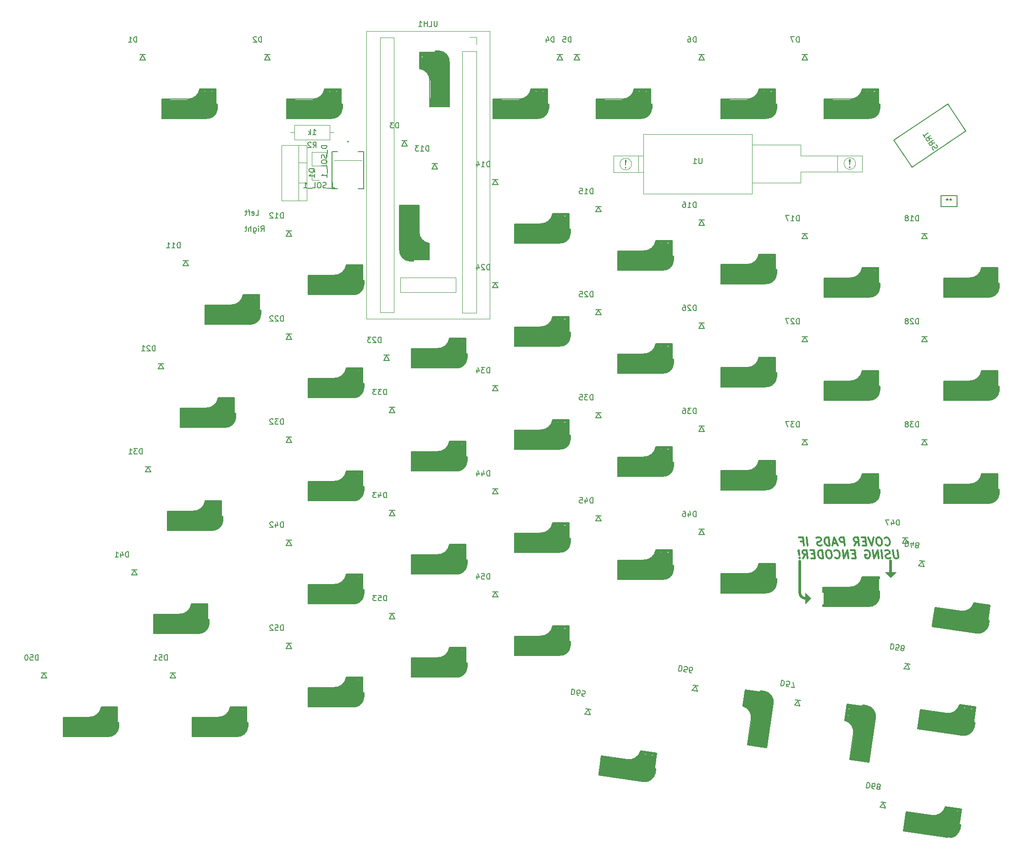
<source format=gbo>
%TF.GenerationSoftware,KiCad,Pcbnew,(6.0.5-0)*%
%TF.CreationDate,2023-01-19T18:27:40-08:00*%
%TF.ProjectId,ergodonk_pcb,6572676f-646f-46e6-9b5f-7063622e6b69,rev?*%
%TF.SameCoordinates,Original*%
%TF.FileFunction,Legend,Bot*%
%TF.FilePolarity,Positive*%
%FSLAX46Y46*%
G04 Gerber Fmt 4.6, Leading zero omitted, Abs format (unit mm)*
G04 Created by KiCad (PCBNEW (6.0.5-0)) date 2023-01-19 18:27:40*
%MOMM*%
%LPD*%
G01*
G04 APERTURE LIST*
%ADD10C,0.300000*%
%ADD11C,0.150000*%
%ADD12C,0.400000*%
%ADD13C,3.000000*%
%ADD14C,3.500000*%
%ADD15C,0.500000*%
%ADD16C,1.000000*%
%ADD17C,0.800000*%
%ADD18C,0.120000*%
%ADD19C,0.127000*%
%ADD20C,0.200000*%
G04 APERTURE END LIST*
D10*
%TO.C,SWLH_ROT1*%
X178346437Y-120308714D02*
X178426794Y-120380142D01*
X178650008Y-120451571D01*
X178792866Y-120451571D01*
X178998223Y-120380142D01*
X179123223Y-120237285D01*
X179176794Y-120094428D01*
X179212508Y-119808714D01*
X179185723Y-119594428D01*
X179078580Y-119308714D01*
X178989294Y-119165857D01*
X178828580Y-119023000D01*
X178605366Y-118951571D01*
X178462508Y-118951571D01*
X178257151Y-119023000D01*
X178194651Y-119094428D01*
X177248223Y-118951571D02*
X176962508Y-118951571D01*
X176828580Y-119023000D01*
X176703580Y-119165857D01*
X176667866Y-119451571D01*
X176730366Y-119951571D01*
X176837508Y-120237285D01*
X176998223Y-120380142D01*
X177150008Y-120451571D01*
X177435723Y-120451571D01*
X177569651Y-120380142D01*
X177694651Y-120237285D01*
X177730366Y-119951571D01*
X177667866Y-119451571D01*
X177560723Y-119165857D01*
X177400008Y-119023000D01*
X177248223Y-118951571D01*
X176176794Y-118951571D02*
X175864294Y-120451571D01*
X175176794Y-118951571D01*
X174766080Y-119665857D02*
X174266080Y-119665857D01*
X174150008Y-120451571D02*
X174864294Y-120451571D01*
X174676794Y-118951571D01*
X173962508Y-118951571D01*
X172650008Y-120451571D02*
X173060723Y-119737285D01*
X173507151Y-120451571D02*
X173319651Y-118951571D01*
X172748223Y-118951571D01*
X172614294Y-119023000D01*
X172551794Y-119094428D01*
X172498223Y-119237285D01*
X172525008Y-119451571D01*
X172614294Y-119594428D01*
X172694651Y-119665857D01*
X172846437Y-119737285D01*
X173417866Y-119737285D01*
X170864294Y-120451571D02*
X170676794Y-118951571D01*
X170105366Y-118951571D01*
X169971437Y-119023000D01*
X169908937Y-119094428D01*
X169855366Y-119237285D01*
X169882151Y-119451571D01*
X169971437Y-119594428D01*
X170051794Y-119665857D01*
X170203580Y-119737285D01*
X170775008Y-119737285D01*
X169382151Y-120023000D02*
X168667866Y-120023000D01*
X169578580Y-120451571D02*
X168891080Y-118951571D01*
X168578580Y-120451571D01*
X168078580Y-120451571D02*
X167891080Y-118951571D01*
X167533937Y-118951571D01*
X167328580Y-119023000D01*
X167203580Y-119165857D01*
X167150008Y-119308714D01*
X167114294Y-119594428D01*
X167141080Y-119808714D01*
X167248223Y-120094428D01*
X167337508Y-120237285D01*
X167498223Y-120380142D01*
X167721437Y-120451571D01*
X168078580Y-120451571D01*
X166641080Y-120380142D02*
X166435723Y-120451571D01*
X166078580Y-120451571D01*
X165926794Y-120380142D01*
X165846437Y-120308714D01*
X165757151Y-120165857D01*
X165739294Y-120023000D01*
X165792866Y-119880142D01*
X165855366Y-119808714D01*
X165989294Y-119737285D01*
X166266080Y-119665857D01*
X166400008Y-119594428D01*
X166462508Y-119523000D01*
X166516080Y-119380142D01*
X166498223Y-119237285D01*
X166408937Y-119094428D01*
X166328580Y-119023000D01*
X166176794Y-118951571D01*
X165819651Y-118951571D01*
X165614294Y-119023000D01*
X164007151Y-120451571D02*
X163819651Y-118951571D01*
X162694651Y-119665857D02*
X163194651Y-119665857D01*
X163292866Y-120451571D02*
X163105366Y-118951571D01*
X162391080Y-118951571D01*
X180625366Y-121285571D02*
X180777151Y-122499857D01*
X180723580Y-122642714D01*
X180661080Y-122714142D01*
X180527151Y-122785571D01*
X180241437Y-122785571D01*
X180089651Y-122714142D01*
X180009294Y-122642714D01*
X179920008Y-122499857D01*
X179768223Y-121285571D01*
X179303937Y-122714142D02*
X179098580Y-122785571D01*
X178741437Y-122785571D01*
X178589651Y-122714142D01*
X178509294Y-122642714D01*
X178420008Y-122499857D01*
X178402151Y-122357000D01*
X178455723Y-122214142D01*
X178518223Y-122142714D01*
X178652151Y-122071285D01*
X178928937Y-121999857D01*
X179062866Y-121928428D01*
X179125366Y-121857000D01*
X179178937Y-121714142D01*
X179161080Y-121571285D01*
X179071794Y-121428428D01*
X178991437Y-121357000D01*
X178839651Y-121285571D01*
X178482508Y-121285571D01*
X178277151Y-121357000D01*
X177812866Y-122785571D02*
X177625366Y-121285571D01*
X177098580Y-122785571D02*
X176911080Y-121285571D01*
X176241437Y-122785571D01*
X176053937Y-121285571D01*
X174562866Y-121357000D02*
X174696794Y-121285571D01*
X174911080Y-121285571D01*
X175134294Y-121357000D01*
X175295008Y-121499857D01*
X175384294Y-121642714D01*
X175491437Y-121928428D01*
X175518223Y-122142714D01*
X175482508Y-122428428D01*
X175428937Y-122571285D01*
X175303937Y-122714142D01*
X175098580Y-122785571D01*
X174955723Y-122785571D01*
X174732508Y-122714142D01*
X174652151Y-122642714D01*
X174589651Y-122142714D01*
X174875366Y-122142714D01*
X172786080Y-121999857D02*
X172286080Y-121999857D01*
X172170008Y-122785571D02*
X172884294Y-122785571D01*
X172696794Y-121285571D01*
X171982508Y-121285571D01*
X171527151Y-122785571D02*
X171339651Y-121285571D01*
X170670008Y-122785571D01*
X170482508Y-121285571D01*
X169080723Y-122642714D02*
X169161080Y-122714142D01*
X169384294Y-122785571D01*
X169527151Y-122785571D01*
X169732508Y-122714142D01*
X169857508Y-122571285D01*
X169911080Y-122428428D01*
X169946794Y-122142714D01*
X169920008Y-121928428D01*
X169812866Y-121642714D01*
X169723580Y-121499857D01*
X169562866Y-121357000D01*
X169339651Y-121285571D01*
X169196794Y-121285571D01*
X168991437Y-121357000D01*
X168928937Y-121428428D01*
X167982508Y-121285571D02*
X167696794Y-121285571D01*
X167562866Y-121357000D01*
X167437866Y-121499857D01*
X167402151Y-121785571D01*
X167464651Y-122285571D01*
X167571794Y-122571285D01*
X167732508Y-122714142D01*
X167884294Y-122785571D01*
X168170008Y-122785571D01*
X168303937Y-122714142D01*
X168428937Y-122571285D01*
X168464651Y-122285571D01*
X168402151Y-121785571D01*
X168295008Y-121499857D01*
X168134294Y-121357000D01*
X167982508Y-121285571D01*
X166884294Y-122785571D02*
X166696794Y-121285571D01*
X166339651Y-121285571D01*
X166134294Y-121357000D01*
X166009294Y-121499857D01*
X165955723Y-121642714D01*
X165920008Y-121928428D01*
X165946794Y-122142714D01*
X166053937Y-122428428D01*
X166143223Y-122571285D01*
X166303937Y-122714142D01*
X166527151Y-122785571D01*
X166884294Y-122785571D01*
X165286080Y-121999857D02*
X164786080Y-121999857D01*
X164670008Y-122785571D02*
X165384294Y-122785571D01*
X165196794Y-121285571D01*
X164482508Y-121285571D01*
X163170008Y-122785571D02*
X163580723Y-122071285D01*
X164027151Y-122785571D02*
X163839651Y-121285571D01*
X163268223Y-121285571D01*
X163134294Y-121357000D01*
X163071794Y-121428428D01*
X163018223Y-121571285D01*
X163045008Y-121785571D01*
X163134294Y-121928428D01*
X163214651Y-121999857D01*
X163366437Y-122071285D01*
X163937866Y-122071285D01*
X162509294Y-122642714D02*
X162446794Y-122714142D01*
X162527151Y-122785571D01*
X162589651Y-122714142D01*
X162509294Y-122642714D01*
X162527151Y-122785571D01*
X162455723Y-122214142D02*
X162420008Y-121357000D01*
X162339651Y-121285571D01*
X162277151Y-121357000D01*
X162455723Y-122214142D01*
X162339651Y-121285571D01*
D11*
%TO.C,JP1*%
X63047047Y-62380380D02*
X63380380Y-61904190D01*
X63618476Y-62380380D02*
X63618476Y-61380380D01*
X63237523Y-61380380D01*
X63142285Y-61428000D01*
X63094666Y-61475619D01*
X63047047Y-61570857D01*
X63047047Y-61713714D01*
X63094666Y-61808952D01*
X63142285Y-61856571D01*
X63237523Y-61904190D01*
X63618476Y-61904190D01*
X62618476Y-62380380D02*
X62618476Y-61713714D01*
X62618476Y-61380380D02*
X62666095Y-61428000D01*
X62618476Y-61475619D01*
X62570857Y-61428000D01*
X62618476Y-61380380D01*
X62618476Y-61475619D01*
X61713714Y-61713714D02*
X61713714Y-62523238D01*
X61761333Y-62618476D01*
X61808952Y-62666095D01*
X61904190Y-62713714D01*
X62047047Y-62713714D01*
X62142285Y-62666095D01*
X61713714Y-62332761D02*
X61808952Y-62380380D01*
X61999428Y-62380380D01*
X62094666Y-62332761D01*
X62142285Y-62285142D01*
X62189904Y-62189904D01*
X62189904Y-61904190D01*
X62142285Y-61808952D01*
X62094666Y-61761333D01*
X61999428Y-61713714D01*
X61808952Y-61713714D01*
X61713714Y-61761333D01*
X61237523Y-62380380D02*
X61237523Y-61380380D01*
X60808952Y-62380380D02*
X60808952Y-61856571D01*
X60856571Y-61761333D01*
X60951809Y-61713714D01*
X61094666Y-61713714D01*
X61189904Y-61761333D01*
X61237523Y-61808952D01*
X60475619Y-61713714D02*
X60094666Y-61713714D01*
X60332761Y-61380380D02*
X60332761Y-62237523D01*
X60285142Y-62332761D01*
X60189904Y-62380380D01*
X60094666Y-62380380D01*
X62118476Y-59380380D02*
X62594666Y-59380380D01*
X62594666Y-58380380D01*
X61404190Y-59332761D02*
X61499428Y-59380380D01*
X61689904Y-59380380D01*
X61785142Y-59332761D01*
X61832761Y-59237523D01*
X61832761Y-58856571D01*
X61785142Y-58761333D01*
X61689904Y-58713714D01*
X61499428Y-58713714D01*
X61404190Y-58761333D01*
X61356571Y-58856571D01*
X61356571Y-58951809D01*
X61832761Y-59047047D01*
X61070857Y-58713714D02*
X60689904Y-58713714D01*
X60928000Y-59380380D02*
X60928000Y-58523238D01*
X60880380Y-58428000D01*
X60785142Y-58380380D01*
X60689904Y-58380380D01*
X60499428Y-58713714D02*
X60118476Y-58713714D01*
X60356571Y-58380380D02*
X60356571Y-59237523D01*
X60308952Y-59332761D01*
X60213714Y-59380380D01*
X60118476Y-59380380D01*
%TO.C,J1*%
X185308056Y-44521346D02*
X185625939Y-44996194D01*
X186297982Y-44202475D02*
X185466997Y-44758770D01*
X186960238Y-45191742D02*
X186379100Y-45179650D01*
X186642355Y-44716894D02*
X185811371Y-45273189D01*
X186023293Y-45589755D01*
X186115844Y-45642406D01*
X186181905Y-45655486D01*
X186287537Y-45642076D01*
X186406249Y-45562606D01*
X186458900Y-45470054D01*
X186471980Y-45403993D01*
X186458570Y-45298362D01*
X186246648Y-44981796D01*
X187516534Y-46022726D02*
X186935395Y-46010634D01*
X187198651Y-45547878D02*
X186367666Y-46104174D01*
X186579589Y-46420739D01*
X186672140Y-46473390D01*
X186738201Y-46486471D01*
X186843832Y-46473061D01*
X186962544Y-46393590D01*
X187015196Y-46301039D01*
X187028276Y-46234978D01*
X187014866Y-46129346D01*
X186802944Y-45812781D01*
X187688886Y-46365782D02*
X187807927Y-46458004D01*
X187940378Y-46655857D01*
X187953788Y-46761489D01*
X187940708Y-46827550D01*
X187888057Y-46920101D01*
X187808915Y-46973082D01*
X187703284Y-46986492D01*
X187637223Y-46973411D01*
X187544671Y-46920760D01*
X187399140Y-46788968D01*
X187306588Y-46736316D01*
X187240528Y-46723236D01*
X187134896Y-46736646D01*
X187055754Y-46789626D01*
X187003103Y-46882178D01*
X186990023Y-46948239D01*
X187003433Y-47053870D01*
X187135884Y-47251724D01*
X187254926Y-47343945D01*
%TO.C,R1*%
X190396638Y-56292395D02*
X190396638Y-56485919D01*
X190590161Y-56408509D02*
X190396638Y-56485919D01*
X190203114Y-56408509D01*
X190512752Y-56640738D02*
X190396638Y-56485919D01*
X190280523Y-56640738D01*
X189777361Y-56292395D02*
X189777361Y-56485919D01*
X189970885Y-56408509D02*
X189777361Y-56485919D01*
X189583838Y-56408509D01*
X189893476Y-56640738D02*
X189777361Y-56485919D01*
X189661247Y-56640738D01*
%TO.C,D50*%
X21945654Y-141641380D02*
X21945654Y-140641380D01*
X21707559Y-140641380D01*
X21564702Y-140689000D01*
X21469464Y-140784238D01*
X21421845Y-140879476D01*
X21374226Y-141069952D01*
X21374226Y-141212809D01*
X21421845Y-141403285D01*
X21469464Y-141498523D01*
X21564702Y-141593761D01*
X21707559Y-141641380D01*
X21945654Y-141641380D01*
X20469464Y-140641380D02*
X20945654Y-140641380D01*
X20993273Y-141117571D01*
X20945654Y-141069952D01*
X20850416Y-141022333D01*
X20612321Y-141022333D01*
X20517083Y-141069952D01*
X20469464Y-141117571D01*
X20421845Y-141212809D01*
X20421845Y-141450904D01*
X20469464Y-141546142D01*
X20517083Y-141593761D01*
X20612321Y-141641380D01*
X20850416Y-141641380D01*
X20945654Y-141593761D01*
X20993273Y-141546142D01*
X19802797Y-140641380D02*
X19707559Y-140641380D01*
X19612321Y-140689000D01*
X19564702Y-140736619D01*
X19517083Y-140831857D01*
X19469464Y-141022333D01*
X19469464Y-141260428D01*
X19517083Y-141450904D01*
X19564702Y-141546142D01*
X19612321Y-141593761D01*
X19707559Y-141641380D01*
X19802797Y-141641380D01*
X19898035Y-141593761D01*
X19945654Y-141546142D01*
X19993273Y-141450904D01*
X20040892Y-141260428D01*
X20040892Y-141022333D01*
X19993273Y-140831857D01*
X19945654Y-140736619D01*
X19898035Y-140689000D01*
X19802797Y-140641380D01*
%TO.C,D11*%
X48139404Y-65441380D02*
X48139404Y-64441380D01*
X47901309Y-64441380D01*
X47758452Y-64489000D01*
X47663214Y-64584238D01*
X47615595Y-64679476D01*
X47567976Y-64869952D01*
X47567976Y-65012809D01*
X47615595Y-65203285D01*
X47663214Y-65298523D01*
X47758452Y-65393761D01*
X47901309Y-65441380D01*
X48139404Y-65441380D01*
X46615595Y-65441380D02*
X47187023Y-65441380D01*
X46901309Y-65441380D02*
X46901309Y-64441380D01*
X46996547Y-64584238D01*
X47091785Y-64679476D01*
X47187023Y-64727095D01*
X45663214Y-65441380D02*
X46234642Y-65441380D01*
X45948928Y-65441380D02*
X45948928Y-64441380D01*
X46044166Y-64584238D01*
X46139404Y-64679476D01*
X46234642Y-64727095D01*
%TO.C,D53*%
X86239404Y-130641380D02*
X86239404Y-129641380D01*
X86001309Y-129641380D01*
X85858452Y-129689000D01*
X85763214Y-129784238D01*
X85715595Y-129879476D01*
X85667976Y-130069952D01*
X85667976Y-130212809D01*
X85715595Y-130403285D01*
X85763214Y-130498523D01*
X85858452Y-130593761D01*
X86001309Y-130641380D01*
X86239404Y-130641380D01*
X84763214Y-129641380D02*
X85239404Y-129641380D01*
X85287023Y-130117571D01*
X85239404Y-130069952D01*
X85144166Y-130022333D01*
X84906071Y-130022333D01*
X84810833Y-130069952D01*
X84763214Y-130117571D01*
X84715595Y-130212809D01*
X84715595Y-130450904D01*
X84763214Y-130546142D01*
X84810833Y-130593761D01*
X84906071Y-130641380D01*
X85144166Y-130641380D01*
X85239404Y-130593761D01*
X85287023Y-130546142D01*
X84382261Y-129641380D02*
X83763214Y-129641380D01*
X84096547Y-130022333D01*
X83953690Y-130022333D01*
X83858452Y-130069952D01*
X83810833Y-130117571D01*
X83763214Y-130212809D01*
X83763214Y-130450904D01*
X83810833Y-130546142D01*
X83858452Y-130593761D01*
X83953690Y-130641380D01*
X84239404Y-130641380D01*
X84334642Y-130593761D01*
X84382261Y-130546142D01*
%TO.C,D42*%
X67189404Y-117091380D02*
X67189404Y-116091380D01*
X66951309Y-116091380D01*
X66808452Y-116139000D01*
X66713214Y-116234238D01*
X66665595Y-116329476D01*
X66617976Y-116519952D01*
X66617976Y-116662809D01*
X66665595Y-116853285D01*
X66713214Y-116948523D01*
X66808452Y-117043761D01*
X66951309Y-117091380D01*
X67189404Y-117091380D01*
X65760833Y-116424714D02*
X65760833Y-117091380D01*
X65998928Y-116043761D02*
X66237023Y-116758047D01*
X65617976Y-116758047D01*
X65284642Y-116186619D02*
X65237023Y-116139000D01*
X65141785Y-116091380D01*
X64903690Y-116091380D01*
X64808452Y-116139000D01*
X64760833Y-116186619D01*
X64713214Y-116281857D01*
X64713214Y-116377095D01*
X64760833Y-116519952D01*
X65332261Y-117091380D01*
X64713214Y-117091380D01*
%TO.C,D58*%
X179428573Y-138591569D02*
X179289400Y-139581838D01*
X179525178Y-139614974D01*
X179673272Y-139587700D01*
X179780838Y-139506644D01*
X179841248Y-139418960D01*
X179914913Y-139236964D01*
X179934795Y-139095498D01*
X179914148Y-138900248D01*
X179880247Y-138799309D01*
X179799190Y-138691743D01*
X179664351Y-138624706D01*
X179428573Y-138591569D01*
X180751224Y-139787284D02*
X180279668Y-139721011D01*
X180298785Y-139242827D01*
X180339313Y-139296610D01*
X180426997Y-139357020D01*
X180662775Y-139390157D01*
X180763714Y-139356256D01*
X180817497Y-139315727D01*
X180877907Y-139228043D01*
X180911044Y-138992265D01*
X180877142Y-138891327D01*
X180836614Y-138837544D01*
X180748930Y-138777134D01*
X180513152Y-138743997D01*
X180412214Y-138777898D01*
X180358431Y-138818426D01*
X181423893Y-139449038D02*
X181322954Y-139482939D01*
X181269171Y-139523467D01*
X181208761Y-139611151D01*
X181202134Y-139658307D01*
X181236035Y-139759245D01*
X181276563Y-139813028D01*
X181364247Y-139873438D01*
X181552870Y-139899947D01*
X181653808Y-139866046D01*
X181707591Y-139825518D01*
X181768001Y-139737834D01*
X181774628Y-139690679D01*
X181740727Y-139589740D01*
X181700199Y-139535957D01*
X181612515Y-139475547D01*
X181423893Y-139449038D01*
X181336209Y-139388627D01*
X181295680Y-139334845D01*
X181261779Y-139233906D01*
X181288289Y-139045284D01*
X181348699Y-138957600D01*
X181402482Y-138917071D01*
X181503420Y-138883170D01*
X181692043Y-138909679D01*
X181779727Y-138970090D01*
X181820255Y-139023873D01*
X181854156Y-139124811D01*
X181827647Y-139313434D01*
X181767237Y-139401117D01*
X181713454Y-139441646D01*
X181612515Y-139475547D01*
%TO.C,D13*%
X94062404Y-47517380D02*
X94062404Y-46517380D01*
X93824309Y-46517380D01*
X93681452Y-46565000D01*
X93586214Y-46660238D01*
X93538595Y-46755476D01*
X93490976Y-46945952D01*
X93490976Y-47088809D01*
X93538595Y-47279285D01*
X93586214Y-47374523D01*
X93681452Y-47469761D01*
X93824309Y-47517380D01*
X94062404Y-47517380D01*
X92538595Y-47517380D02*
X93110023Y-47517380D01*
X92824309Y-47517380D02*
X92824309Y-46517380D01*
X92919547Y-46660238D01*
X93014785Y-46755476D01*
X93110023Y-46803095D01*
X92205261Y-46517380D02*
X91586214Y-46517380D01*
X91919547Y-46898333D01*
X91776690Y-46898333D01*
X91681452Y-46945952D01*
X91633833Y-46993571D01*
X91586214Y-47088809D01*
X91586214Y-47326904D01*
X91633833Y-47422142D01*
X91681452Y-47469761D01*
X91776690Y-47517380D01*
X92062404Y-47517380D01*
X92157642Y-47469761D01*
X92205261Y-47422142D01*
%TO.C,D54*%
X105289404Y-126641380D02*
X105289404Y-125641380D01*
X105051309Y-125641380D01*
X104908452Y-125689000D01*
X104813214Y-125784238D01*
X104765595Y-125879476D01*
X104717976Y-126069952D01*
X104717976Y-126212809D01*
X104765595Y-126403285D01*
X104813214Y-126498523D01*
X104908452Y-126593761D01*
X105051309Y-126641380D01*
X105289404Y-126641380D01*
X103813214Y-125641380D02*
X104289404Y-125641380D01*
X104337023Y-126117571D01*
X104289404Y-126069952D01*
X104194166Y-126022333D01*
X103956071Y-126022333D01*
X103860833Y-126069952D01*
X103813214Y-126117571D01*
X103765595Y-126212809D01*
X103765595Y-126450904D01*
X103813214Y-126546142D01*
X103860833Y-126593761D01*
X103956071Y-126641380D01*
X104194166Y-126641380D01*
X104289404Y-126593761D01*
X104337023Y-126546142D01*
X102908452Y-125974714D02*
X102908452Y-126641380D01*
X103146547Y-125593761D02*
X103384642Y-126308047D01*
X102765595Y-126308047D01*
%TO.C,D52*%
X67189404Y-136141380D02*
X67189404Y-135141380D01*
X66951309Y-135141380D01*
X66808452Y-135189000D01*
X66713214Y-135284238D01*
X66665595Y-135379476D01*
X66617976Y-135569952D01*
X66617976Y-135712809D01*
X66665595Y-135903285D01*
X66713214Y-135998523D01*
X66808452Y-136093761D01*
X66951309Y-136141380D01*
X67189404Y-136141380D01*
X65713214Y-135141380D02*
X66189404Y-135141380D01*
X66237023Y-135617571D01*
X66189404Y-135569952D01*
X66094166Y-135522333D01*
X65856071Y-135522333D01*
X65760833Y-135569952D01*
X65713214Y-135617571D01*
X65665595Y-135712809D01*
X65665595Y-135950904D01*
X65713214Y-136046142D01*
X65760833Y-136093761D01*
X65856071Y-136141380D01*
X66094166Y-136141380D01*
X66189404Y-136093761D01*
X66237023Y-136046142D01*
X65284642Y-135236619D02*
X65237023Y-135189000D01*
X65141785Y-135141380D01*
X64903690Y-135141380D01*
X64808452Y-135189000D01*
X64760833Y-135236619D01*
X64713214Y-135331857D01*
X64713214Y-135427095D01*
X64760833Y-135569952D01*
X65332261Y-136141380D01*
X64713214Y-136141380D01*
%TO.C,D3*%
X88474404Y-43278380D02*
X88474404Y-42278380D01*
X88236309Y-42278380D01*
X88093452Y-42326000D01*
X87998214Y-42421238D01*
X87950595Y-42516476D01*
X87902976Y-42706952D01*
X87902976Y-42849809D01*
X87950595Y-43040285D01*
X87998214Y-43135523D01*
X88093452Y-43230761D01*
X88236309Y-43278380D01*
X88474404Y-43278380D01*
X87569642Y-42278380D02*
X86950595Y-42278380D01*
X87283928Y-42659333D01*
X87141071Y-42659333D01*
X87045833Y-42706952D01*
X86998214Y-42754571D01*
X86950595Y-42849809D01*
X86950595Y-43087904D01*
X86998214Y-43183142D01*
X87045833Y-43230761D01*
X87141071Y-43278380D01*
X87426785Y-43278380D01*
X87522023Y-43230761D01*
X87569642Y-43183142D01*
%TO.C,D15*%
X124339404Y-55441380D02*
X124339404Y-54441380D01*
X124101309Y-54441380D01*
X123958452Y-54489000D01*
X123863214Y-54584238D01*
X123815595Y-54679476D01*
X123767976Y-54869952D01*
X123767976Y-55012809D01*
X123815595Y-55203285D01*
X123863214Y-55298523D01*
X123958452Y-55393761D01*
X124101309Y-55441380D01*
X124339404Y-55441380D01*
X122815595Y-55441380D02*
X123387023Y-55441380D01*
X123101309Y-55441380D02*
X123101309Y-54441380D01*
X123196547Y-54584238D01*
X123291785Y-54679476D01*
X123387023Y-54727095D01*
X121910833Y-54441380D02*
X122387023Y-54441380D01*
X122434642Y-54917571D01*
X122387023Y-54869952D01*
X122291785Y-54822333D01*
X122053690Y-54822333D01*
X121958452Y-54869952D01*
X121910833Y-54917571D01*
X121863214Y-55012809D01*
X121863214Y-55250904D01*
X121910833Y-55346142D01*
X121958452Y-55393761D01*
X122053690Y-55441380D01*
X122291785Y-55441380D01*
X122387023Y-55393761D01*
X122434642Y-55346142D01*
%TO.C,D36*%
X143389404Y-96041380D02*
X143389404Y-95041380D01*
X143151309Y-95041380D01*
X143008452Y-95089000D01*
X142913214Y-95184238D01*
X142865595Y-95279476D01*
X142817976Y-95469952D01*
X142817976Y-95612809D01*
X142865595Y-95803285D01*
X142913214Y-95898523D01*
X143008452Y-95993761D01*
X143151309Y-96041380D01*
X143389404Y-96041380D01*
X142484642Y-95041380D02*
X141865595Y-95041380D01*
X142198928Y-95422333D01*
X142056071Y-95422333D01*
X141960833Y-95469952D01*
X141913214Y-95517571D01*
X141865595Y-95612809D01*
X141865595Y-95850904D01*
X141913214Y-95946142D01*
X141960833Y-95993761D01*
X142056071Y-96041380D01*
X142341785Y-96041380D01*
X142437023Y-95993761D01*
X142484642Y-95946142D01*
X141008452Y-95041380D02*
X141198928Y-95041380D01*
X141294166Y-95089000D01*
X141341785Y-95136619D01*
X141437023Y-95279476D01*
X141484642Y-95469952D01*
X141484642Y-95850904D01*
X141437023Y-95946142D01*
X141389404Y-95993761D01*
X141294166Y-96041380D01*
X141103690Y-96041380D01*
X141008452Y-95993761D01*
X140960833Y-95946142D01*
X140913214Y-95850904D01*
X140913214Y-95612809D01*
X140960833Y-95517571D01*
X141008452Y-95469952D01*
X141103690Y-95422333D01*
X141294166Y-95422333D01*
X141389404Y-95469952D01*
X141437023Y-95517571D01*
X141484642Y-95612809D01*
%TO.C,D22*%
X67189404Y-78991380D02*
X67189404Y-77991380D01*
X66951309Y-77991380D01*
X66808452Y-78039000D01*
X66713214Y-78134238D01*
X66665595Y-78229476D01*
X66617976Y-78419952D01*
X66617976Y-78562809D01*
X66665595Y-78753285D01*
X66713214Y-78848523D01*
X66808452Y-78943761D01*
X66951309Y-78991380D01*
X67189404Y-78991380D01*
X66237023Y-78086619D02*
X66189404Y-78039000D01*
X66094166Y-77991380D01*
X65856071Y-77991380D01*
X65760833Y-78039000D01*
X65713214Y-78086619D01*
X65665595Y-78181857D01*
X65665595Y-78277095D01*
X65713214Y-78419952D01*
X66284642Y-78991380D01*
X65665595Y-78991380D01*
X65284642Y-78086619D02*
X65237023Y-78039000D01*
X65141785Y-77991380D01*
X64903690Y-77991380D01*
X64808452Y-78039000D01*
X64760833Y-78086619D01*
X64713214Y-78181857D01*
X64713214Y-78277095D01*
X64760833Y-78419952D01*
X65332261Y-78991380D01*
X64713214Y-78991380D01*
%TO.C,D1*%
X40139404Y-27391380D02*
X40139404Y-26391380D01*
X39901309Y-26391380D01*
X39758452Y-26439000D01*
X39663214Y-26534238D01*
X39615595Y-26629476D01*
X39567976Y-26819952D01*
X39567976Y-26962809D01*
X39615595Y-27153285D01*
X39663214Y-27248523D01*
X39758452Y-27343761D01*
X39901309Y-27391380D01*
X40139404Y-27391380D01*
X38615595Y-27391380D02*
X39187023Y-27391380D01*
X38901309Y-27391380D02*
X38901309Y-26391380D01*
X38996547Y-26534238D01*
X39091785Y-26629476D01*
X39187023Y-26677095D01*
%TO.C,D6*%
X143389404Y-27391380D02*
X143389404Y-26391380D01*
X143151309Y-26391380D01*
X143008452Y-26439000D01*
X142913214Y-26534238D01*
X142865595Y-26629476D01*
X142817976Y-26819952D01*
X142817976Y-26962809D01*
X142865595Y-27153285D01*
X142913214Y-27248523D01*
X143008452Y-27343761D01*
X143151309Y-27391380D01*
X143389404Y-27391380D01*
X141960833Y-26391380D02*
X142151309Y-26391380D01*
X142246547Y-26439000D01*
X142294166Y-26486619D01*
X142389404Y-26629476D01*
X142437023Y-26819952D01*
X142437023Y-27200904D01*
X142389404Y-27296142D01*
X142341785Y-27343761D01*
X142246547Y-27391380D01*
X142056071Y-27391380D01*
X141960833Y-27343761D01*
X141913214Y-27296142D01*
X141865595Y-27200904D01*
X141865595Y-26962809D01*
X141913214Y-26867571D01*
X141960833Y-26819952D01*
X142056071Y-26772333D01*
X142246547Y-26772333D01*
X142341785Y-26819952D01*
X142389404Y-26867571D01*
X142437023Y-26962809D01*
%TO.C,Q1*%
X73044619Y-51465761D02*
X72997000Y-51370523D01*
X72901761Y-51275285D01*
X72758904Y-51132428D01*
X72711285Y-51037190D01*
X72711285Y-50941952D01*
X72949380Y-50989571D02*
X72901761Y-50894333D01*
X72806523Y-50799095D01*
X72616047Y-50751476D01*
X72282714Y-50751476D01*
X72092238Y-50799095D01*
X71997000Y-50894333D01*
X71949380Y-50989571D01*
X71949380Y-51180047D01*
X71997000Y-51275285D01*
X72092238Y-51370523D01*
X72282714Y-51418142D01*
X72616047Y-51418142D01*
X72806523Y-51370523D01*
X72901761Y-51275285D01*
X72949380Y-51180047D01*
X72949380Y-50989571D01*
X72949380Y-52370523D02*
X72949380Y-51799095D01*
X72949380Y-52084809D02*
X71949380Y-52084809D01*
X72092238Y-51989571D01*
X72187476Y-51894333D01*
X72235095Y-51799095D01*
%TO.C,D18*%
X184489404Y-60441380D02*
X184489404Y-59441380D01*
X184251309Y-59441380D01*
X184108452Y-59489000D01*
X184013214Y-59584238D01*
X183965595Y-59679476D01*
X183917976Y-59869952D01*
X183917976Y-60012809D01*
X183965595Y-60203285D01*
X184013214Y-60298523D01*
X184108452Y-60393761D01*
X184251309Y-60441380D01*
X184489404Y-60441380D01*
X182965595Y-60441380D02*
X183537023Y-60441380D01*
X183251309Y-60441380D02*
X183251309Y-59441380D01*
X183346547Y-59584238D01*
X183441785Y-59679476D01*
X183537023Y-59727095D01*
X182394166Y-59869952D02*
X182489404Y-59822333D01*
X182537023Y-59774714D01*
X182584642Y-59679476D01*
X182584642Y-59631857D01*
X182537023Y-59536619D01*
X182489404Y-59489000D01*
X182394166Y-59441380D01*
X182203690Y-59441380D01*
X182108452Y-59489000D01*
X182060833Y-59536619D01*
X182013214Y-59631857D01*
X182013214Y-59679476D01*
X182060833Y-59774714D01*
X182108452Y-59822333D01*
X182203690Y-59869952D01*
X182394166Y-59869952D01*
X182489404Y-59917571D01*
X182537023Y-59965190D01*
X182584642Y-60060428D01*
X182584642Y-60250904D01*
X182537023Y-60346142D01*
X182489404Y-60393761D01*
X182394166Y-60441380D01*
X182203690Y-60441380D01*
X182108452Y-60393761D01*
X182060833Y-60346142D01*
X182013214Y-60250904D01*
X182013214Y-60060428D01*
X182060833Y-59965190D01*
X182108452Y-59917571D01*
X182203690Y-59869952D01*
%TO.C,D27*%
X162439404Y-79491380D02*
X162439404Y-78491380D01*
X162201309Y-78491380D01*
X162058452Y-78539000D01*
X161963214Y-78634238D01*
X161915595Y-78729476D01*
X161867976Y-78919952D01*
X161867976Y-79062809D01*
X161915595Y-79253285D01*
X161963214Y-79348523D01*
X162058452Y-79443761D01*
X162201309Y-79491380D01*
X162439404Y-79491380D01*
X161487023Y-78586619D02*
X161439404Y-78539000D01*
X161344166Y-78491380D01*
X161106071Y-78491380D01*
X161010833Y-78539000D01*
X160963214Y-78586619D01*
X160915595Y-78681857D01*
X160915595Y-78777095D01*
X160963214Y-78919952D01*
X161534642Y-79491380D01*
X160915595Y-79491380D01*
X160582261Y-78491380D02*
X159915595Y-78491380D01*
X160344166Y-79491380D01*
%TO.C,D31*%
X41154404Y-103541380D02*
X41154404Y-102541380D01*
X40916309Y-102541380D01*
X40773452Y-102589000D01*
X40678214Y-102684238D01*
X40630595Y-102779476D01*
X40582976Y-102969952D01*
X40582976Y-103112809D01*
X40630595Y-103303285D01*
X40678214Y-103398523D01*
X40773452Y-103493761D01*
X40916309Y-103541380D01*
X41154404Y-103541380D01*
X40249642Y-102541380D02*
X39630595Y-102541380D01*
X39963928Y-102922333D01*
X39821071Y-102922333D01*
X39725833Y-102969952D01*
X39678214Y-103017571D01*
X39630595Y-103112809D01*
X39630595Y-103350904D01*
X39678214Y-103446142D01*
X39725833Y-103493761D01*
X39821071Y-103541380D01*
X40106785Y-103541380D01*
X40202023Y-103493761D01*
X40249642Y-103446142D01*
X38678214Y-103541380D02*
X39249642Y-103541380D01*
X38963928Y-103541380D02*
X38963928Y-102541380D01*
X39059166Y-102684238D01*
X39154404Y-102779476D01*
X39249642Y-102827095D01*
%TO.C,D46*%
X143389404Y-115091380D02*
X143389404Y-114091380D01*
X143151309Y-114091380D01*
X143008452Y-114139000D01*
X142913214Y-114234238D01*
X142865595Y-114329476D01*
X142817976Y-114519952D01*
X142817976Y-114662809D01*
X142865595Y-114853285D01*
X142913214Y-114948523D01*
X143008452Y-115043761D01*
X143151309Y-115091380D01*
X143389404Y-115091380D01*
X141960833Y-114424714D02*
X141960833Y-115091380D01*
X142198928Y-114043761D02*
X142437023Y-114758047D01*
X141817976Y-114758047D01*
X141008452Y-114091380D02*
X141198928Y-114091380D01*
X141294166Y-114139000D01*
X141341785Y-114186619D01*
X141437023Y-114329476D01*
X141484642Y-114519952D01*
X141484642Y-114900904D01*
X141437023Y-114996142D01*
X141389404Y-115043761D01*
X141294166Y-115091380D01*
X141103690Y-115091380D01*
X141008452Y-115043761D01*
X140960833Y-114996142D01*
X140913214Y-114900904D01*
X140913214Y-114662809D01*
X140960833Y-114567571D01*
X141008452Y-114519952D01*
X141103690Y-114472333D01*
X141294166Y-114472333D01*
X141389404Y-114519952D01*
X141437023Y-114567571D01*
X141484642Y-114662809D01*
%TO.C,D35*%
X124339404Y-93541380D02*
X124339404Y-92541380D01*
X124101309Y-92541380D01*
X123958452Y-92589000D01*
X123863214Y-92684238D01*
X123815595Y-92779476D01*
X123767976Y-92969952D01*
X123767976Y-93112809D01*
X123815595Y-93303285D01*
X123863214Y-93398523D01*
X123958452Y-93493761D01*
X124101309Y-93541380D01*
X124339404Y-93541380D01*
X123434642Y-92541380D02*
X122815595Y-92541380D01*
X123148928Y-92922333D01*
X123006071Y-92922333D01*
X122910833Y-92969952D01*
X122863214Y-93017571D01*
X122815595Y-93112809D01*
X122815595Y-93350904D01*
X122863214Y-93446142D01*
X122910833Y-93493761D01*
X123006071Y-93541380D01*
X123291785Y-93541380D01*
X123387023Y-93493761D01*
X123434642Y-93446142D01*
X121910833Y-92541380D02*
X122387023Y-92541380D01*
X122434642Y-93017571D01*
X122387023Y-92969952D01*
X122291785Y-92922333D01*
X122053690Y-92922333D01*
X121958452Y-92969952D01*
X121910833Y-93017571D01*
X121863214Y-93112809D01*
X121863214Y-93350904D01*
X121910833Y-93446142D01*
X121958452Y-93493761D01*
X122053690Y-93541380D01*
X122291785Y-93541380D01*
X122387023Y-93493761D01*
X122434642Y-93446142D01*
%TO.C,D17*%
X162439404Y-60441380D02*
X162439404Y-59441380D01*
X162201309Y-59441380D01*
X162058452Y-59489000D01*
X161963214Y-59584238D01*
X161915595Y-59679476D01*
X161867976Y-59869952D01*
X161867976Y-60012809D01*
X161915595Y-60203285D01*
X161963214Y-60298523D01*
X162058452Y-60393761D01*
X162201309Y-60441380D01*
X162439404Y-60441380D01*
X160915595Y-60441380D02*
X161487023Y-60441380D01*
X161201309Y-60441380D02*
X161201309Y-59441380D01*
X161296547Y-59584238D01*
X161391785Y-59679476D01*
X161487023Y-59727095D01*
X160582261Y-59441380D02*
X159915595Y-59441380D01*
X160344166Y-60441380D01*
%TO.C,D21*%
X43535654Y-84491380D02*
X43535654Y-83491380D01*
X43297559Y-83491380D01*
X43154702Y-83539000D01*
X43059464Y-83634238D01*
X43011845Y-83729476D01*
X42964226Y-83919952D01*
X42964226Y-84062809D01*
X43011845Y-84253285D01*
X43059464Y-84348523D01*
X43154702Y-84443761D01*
X43297559Y-84491380D01*
X43535654Y-84491380D01*
X42583273Y-83586619D02*
X42535654Y-83539000D01*
X42440416Y-83491380D01*
X42202321Y-83491380D01*
X42107083Y-83539000D01*
X42059464Y-83586619D01*
X42011845Y-83681857D01*
X42011845Y-83777095D01*
X42059464Y-83919952D01*
X42630892Y-84491380D01*
X42011845Y-84491380D01*
X41059464Y-84491380D02*
X41630892Y-84491380D01*
X41345178Y-84491380D02*
X41345178Y-83491380D01*
X41440416Y-83634238D01*
X41535654Y-83729476D01*
X41630892Y-83777095D01*
%TO.C,U1*%
X144478904Y-48863380D02*
X144478904Y-49672904D01*
X144431285Y-49768142D01*
X144383666Y-49815761D01*
X144288428Y-49863380D01*
X144097952Y-49863380D01*
X144002714Y-49815761D01*
X143955095Y-49768142D01*
X143907476Y-49672904D01*
X143907476Y-48863380D01*
X142907476Y-49863380D02*
X143478904Y-49863380D01*
X143193190Y-49863380D02*
X143193190Y-48863380D01*
X143288428Y-49006238D01*
X143383666Y-49101476D01*
X143478904Y-49149095D01*
X171792000Y-50446714D02*
X171720571Y-50518142D01*
X171792000Y-50589571D01*
X171863428Y-50518142D01*
X171792000Y-50446714D01*
X171792000Y-50589571D01*
X171792000Y-50018142D02*
X171863428Y-49161000D01*
X171792000Y-49089571D01*
X171720571Y-49161000D01*
X171792000Y-50018142D01*
X171792000Y-49089571D01*
X130417000Y-50546714D02*
X130345571Y-50618142D01*
X130417000Y-50689571D01*
X130488428Y-50618142D01*
X130417000Y-50546714D01*
X130417000Y-50689571D01*
X130417000Y-50118142D02*
X130488428Y-49261000D01*
X130417000Y-49189571D01*
X130345571Y-49261000D01*
X130417000Y-50118142D01*
X130417000Y-49189571D01*
%TO.C,D16*%
X143389404Y-57941380D02*
X143389404Y-56941380D01*
X143151309Y-56941380D01*
X143008452Y-56989000D01*
X142913214Y-57084238D01*
X142865595Y-57179476D01*
X142817976Y-57369952D01*
X142817976Y-57512809D01*
X142865595Y-57703285D01*
X142913214Y-57798523D01*
X143008452Y-57893761D01*
X143151309Y-57941380D01*
X143389404Y-57941380D01*
X141865595Y-57941380D02*
X142437023Y-57941380D01*
X142151309Y-57941380D02*
X142151309Y-56941380D01*
X142246547Y-57084238D01*
X142341785Y-57179476D01*
X142437023Y-57227095D01*
X141008452Y-56941380D02*
X141198928Y-56941380D01*
X141294166Y-56989000D01*
X141341785Y-57036619D01*
X141437023Y-57179476D01*
X141484642Y-57369952D01*
X141484642Y-57750904D01*
X141437023Y-57846142D01*
X141389404Y-57893761D01*
X141294166Y-57941380D01*
X141103690Y-57941380D01*
X141008452Y-57893761D01*
X140960833Y-57846142D01*
X140913214Y-57750904D01*
X140913214Y-57512809D01*
X140960833Y-57417571D01*
X141008452Y-57369952D01*
X141103690Y-57322333D01*
X141294166Y-57322333D01*
X141389404Y-57369952D01*
X141437023Y-57417571D01*
X141484642Y-57512809D01*
%TO.C,D23*%
X85239404Y-82913380D02*
X85239404Y-81913380D01*
X85001309Y-81913380D01*
X84858452Y-81961000D01*
X84763214Y-82056238D01*
X84715595Y-82151476D01*
X84667976Y-82341952D01*
X84667976Y-82484809D01*
X84715595Y-82675285D01*
X84763214Y-82770523D01*
X84858452Y-82865761D01*
X85001309Y-82913380D01*
X85239404Y-82913380D01*
X84287023Y-82008619D02*
X84239404Y-81961000D01*
X84144166Y-81913380D01*
X83906071Y-81913380D01*
X83810833Y-81961000D01*
X83763214Y-82008619D01*
X83715595Y-82103857D01*
X83715595Y-82199095D01*
X83763214Y-82341952D01*
X84334642Y-82913380D01*
X83715595Y-82913380D01*
X83382261Y-81913380D02*
X82763214Y-81913380D01*
X83096547Y-82294333D01*
X82953690Y-82294333D01*
X82858452Y-82341952D01*
X82810833Y-82389571D01*
X82763214Y-82484809D01*
X82763214Y-82722904D01*
X82810833Y-82818142D01*
X82858452Y-82865761D01*
X82953690Y-82913380D01*
X83239404Y-82913380D01*
X83334642Y-82865761D01*
X83382261Y-82818142D01*
%TO.C,D34*%
X105289404Y-88541380D02*
X105289404Y-87541380D01*
X105051309Y-87541380D01*
X104908452Y-87589000D01*
X104813214Y-87684238D01*
X104765595Y-87779476D01*
X104717976Y-87969952D01*
X104717976Y-88112809D01*
X104765595Y-88303285D01*
X104813214Y-88398523D01*
X104908452Y-88493761D01*
X105051309Y-88541380D01*
X105289404Y-88541380D01*
X104384642Y-87541380D02*
X103765595Y-87541380D01*
X104098928Y-87922333D01*
X103956071Y-87922333D01*
X103860833Y-87969952D01*
X103813214Y-88017571D01*
X103765595Y-88112809D01*
X103765595Y-88350904D01*
X103813214Y-88446142D01*
X103860833Y-88493761D01*
X103956071Y-88541380D01*
X104241785Y-88541380D01*
X104337023Y-88493761D01*
X104384642Y-88446142D01*
X102908452Y-87874714D02*
X102908452Y-88541380D01*
X103146547Y-87493761D02*
X103384642Y-88208047D01*
X102765595Y-88208047D01*
%TO.C,D4*%
X117189404Y-27391380D02*
X117189404Y-26391380D01*
X116951309Y-26391380D01*
X116808452Y-26439000D01*
X116713214Y-26534238D01*
X116665595Y-26629476D01*
X116617976Y-26819952D01*
X116617976Y-26962809D01*
X116665595Y-27153285D01*
X116713214Y-27248523D01*
X116808452Y-27343761D01*
X116951309Y-27391380D01*
X117189404Y-27391380D01*
X115760833Y-26724714D02*
X115760833Y-27391380D01*
X115998928Y-26343761D02*
X116237023Y-27058047D01*
X115617976Y-27058047D01*
%TO.C,D68*%
X174990541Y-164225295D02*
X174851368Y-165215564D01*
X175087146Y-165248700D01*
X175235240Y-165221426D01*
X175342806Y-165140370D01*
X175403216Y-165052686D01*
X175476881Y-164870690D01*
X175496763Y-164729224D01*
X175476116Y-164533974D01*
X175442215Y-164433035D01*
X175361158Y-164325469D01*
X175226319Y-164258432D01*
X174990541Y-164225295D01*
X176266036Y-165414382D02*
X176077414Y-165387873D01*
X175989730Y-165327463D01*
X175949202Y-165273680D01*
X175874772Y-165118958D01*
X175854126Y-164923709D01*
X175907144Y-164546464D01*
X175967554Y-164458780D01*
X176021337Y-164418251D01*
X176122276Y-164384350D01*
X176310898Y-164410860D01*
X176398582Y-164471270D01*
X176439110Y-164525053D01*
X176473012Y-164625991D01*
X176439875Y-164861769D01*
X176379465Y-164949453D01*
X176325682Y-164989982D01*
X176224743Y-165023883D01*
X176036121Y-164997374D01*
X175948437Y-164936963D01*
X175907909Y-164883180D01*
X175874008Y-164782242D01*
X176985861Y-165082764D02*
X176884922Y-165116665D01*
X176831139Y-165157193D01*
X176770729Y-165244877D01*
X176764102Y-165292033D01*
X176798003Y-165392971D01*
X176838531Y-165446754D01*
X176926215Y-165507164D01*
X177114838Y-165533673D01*
X177215776Y-165499772D01*
X177269559Y-165459244D01*
X177329969Y-165371560D01*
X177336596Y-165324405D01*
X177302695Y-165223466D01*
X177262167Y-165169683D01*
X177174483Y-165109273D01*
X176985861Y-165082764D01*
X176898177Y-165022353D01*
X176857648Y-164968571D01*
X176823747Y-164867632D01*
X176850257Y-164679010D01*
X176910667Y-164591326D01*
X176964450Y-164550797D01*
X177065388Y-164516896D01*
X177254011Y-164543405D01*
X177341695Y-164603816D01*
X177382223Y-164657599D01*
X177416124Y-164758537D01*
X177389615Y-164947160D01*
X177329205Y-165034843D01*
X177275422Y-165075372D01*
X177174483Y-165109273D01*
%TO.C,D57*%
X159206022Y-145352099D02*
X159066849Y-146342368D01*
X159302627Y-146375504D01*
X159450721Y-146348230D01*
X159558287Y-146267174D01*
X159618697Y-146179490D01*
X159692362Y-145997494D01*
X159712244Y-145856028D01*
X159691597Y-145660778D01*
X159657696Y-145559839D01*
X159576639Y-145452273D01*
X159441800Y-145385236D01*
X159206022Y-145352099D01*
X160528673Y-146547814D02*
X160057117Y-146481541D01*
X160076234Y-146003357D01*
X160116762Y-146057140D01*
X160204446Y-146117550D01*
X160440224Y-146150687D01*
X160541163Y-146116786D01*
X160594946Y-146076257D01*
X160655356Y-145988573D01*
X160688493Y-145752795D01*
X160654591Y-145651857D01*
X160614063Y-145598074D01*
X160526379Y-145537664D01*
X160290601Y-145504527D01*
X160189663Y-145538428D01*
X160135880Y-145578956D01*
X160905918Y-146600832D02*
X161566097Y-146693614D01*
X161280869Y-145643700D01*
%TO.C,D7*%
X162439404Y-27391380D02*
X162439404Y-26391380D01*
X162201309Y-26391380D01*
X162058452Y-26439000D01*
X161963214Y-26534238D01*
X161915595Y-26629476D01*
X161867976Y-26819952D01*
X161867976Y-26962809D01*
X161915595Y-27153285D01*
X161963214Y-27248523D01*
X162058452Y-27343761D01*
X162201309Y-27391380D01*
X162439404Y-27391380D01*
X161534642Y-26391380D02*
X160867976Y-26391380D01*
X161296547Y-27391380D01*
%TO.C,D41*%
X38614404Y-122591380D02*
X38614404Y-121591380D01*
X38376309Y-121591380D01*
X38233452Y-121639000D01*
X38138214Y-121734238D01*
X38090595Y-121829476D01*
X38042976Y-122019952D01*
X38042976Y-122162809D01*
X38090595Y-122353285D01*
X38138214Y-122448523D01*
X38233452Y-122543761D01*
X38376309Y-122591380D01*
X38614404Y-122591380D01*
X37185833Y-121924714D02*
X37185833Y-122591380D01*
X37423928Y-121543761D02*
X37662023Y-122258047D01*
X37042976Y-122258047D01*
X36138214Y-122591380D02*
X36709642Y-122591380D01*
X36423928Y-122591380D02*
X36423928Y-121591380D01*
X36519166Y-121734238D01*
X36614404Y-121829476D01*
X36709642Y-121877095D01*
%TO.C,D2*%
X63189404Y-27391380D02*
X63189404Y-26391380D01*
X62951309Y-26391380D01*
X62808452Y-26439000D01*
X62713214Y-26534238D01*
X62665595Y-26629476D01*
X62617976Y-26819952D01*
X62617976Y-26962809D01*
X62665595Y-27153285D01*
X62713214Y-27248523D01*
X62808452Y-27343761D01*
X62951309Y-27391380D01*
X63189404Y-27391380D01*
X62237023Y-26486619D02*
X62189404Y-26439000D01*
X62094166Y-26391380D01*
X61856071Y-26391380D01*
X61760833Y-26439000D01*
X61713214Y-26486619D01*
X61665595Y-26581857D01*
X61665595Y-26677095D01*
X61713214Y-26819952D01*
X62284642Y-27391380D01*
X61665595Y-27391380D01*
%TO.C,D24*%
X105289404Y-69491380D02*
X105289404Y-68491380D01*
X105051309Y-68491380D01*
X104908452Y-68539000D01*
X104813214Y-68634238D01*
X104765595Y-68729476D01*
X104717976Y-68919952D01*
X104717976Y-69062809D01*
X104765595Y-69253285D01*
X104813214Y-69348523D01*
X104908452Y-69443761D01*
X105051309Y-69491380D01*
X105289404Y-69491380D01*
X104337023Y-68586619D02*
X104289404Y-68539000D01*
X104194166Y-68491380D01*
X103956071Y-68491380D01*
X103860833Y-68539000D01*
X103813214Y-68586619D01*
X103765595Y-68681857D01*
X103765595Y-68777095D01*
X103813214Y-68919952D01*
X104384642Y-69491380D01*
X103765595Y-69491380D01*
X102908452Y-68824714D02*
X102908452Y-69491380D01*
X103146547Y-68443761D02*
X103384642Y-69158047D01*
X102765595Y-69158047D01*
%TO.C,D5*%
X120339404Y-27391380D02*
X120339404Y-26391380D01*
X120101309Y-26391380D01*
X119958452Y-26439000D01*
X119863214Y-26534238D01*
X119815595Y-26629476D01*
X119767976Y-26819952D01*
X119767976Y-26962809D01*
X119815595Y-27153285D01*
X119863214Y-27248523D01*
X119958452Y-27343761D01*
X120101309Y-27391380D01*
X120339404Y-27391380D01*
X118863214Y-26391380D02*
X119339404Y-26391380D01*
X119387023Y-26867571D01*
X119339404Y-26819952D01*
X119244166Y-26772333D01*
X119006071Y-26772333D01*
X118910833Y-26819952D01*
X118863214Y-26867571D01*
X118815595Y-26962809D01*
X118815595Y-27200904D01*
X118863214Y-27296142D01*
X118910833Y-27343761D01*
X119006071Y-27391380D01*
X119244166Y-27391380D01*
X119339404Y-27343761D01*
X119387023Y-27296142D01*
%TO.C,D12*%
X67189404Y-59941380D02*
X67189404Y-58941380D01*
X66951309Y-58941380D01*
X66808452Y-58989000D01*
X66713214Y-59084238D01*
X66665595Y-59179476D01*
X66617976Y-59369952D01*
X66617976Y-59512809D01*
X66665595Y-59703285D01*
X66713214Y-59798523D01*
X66808452Y-59893761D01*
X66951309Y-59941380D01*
X67189404Y-59941380D01*
X65665595Y-59941380D02*
X66237023Y-59941380D01*
X65951309Y-59941380D02*
X65951309Y-58941380D01*
X66046547Y-59084238D01*
X66141785Y-59179476D01*
X66237023Y-59227095D01*
X65284642Y-59036619D02*
X65237023Y-58989000D01*
X65141785Y-58941380D01*
X64903690Y-58941380D01*
X64808452Y-58989000D01*
X64760833Y-59036619D01*
X64713214Y-59131857D01*
X64713214Y-59227095D01*
X64760833Y-59369952D01*
X65332261Y-59941380D01*
X64713214Y-59941380D01*
%TO.C,D33*%
X86239404Y-92541380D02*
X86239404Y-91541380D01*
X86001309Y-91541380D01*
X85858452Y-91589000D01*
X85763214Y-91684238D01*
X85715595Y-91779476D01*
X85667976Y-91969952D01*
X85667976Y-92112809D01*
X85715595Y-92303285D01*
X85763214Y-92398523D01*
X85858452Y-92493761D01*
X86001309Y-92541380D01*
X86239404Y-92541380D01*
X85334642Y-91541380D02*
X84715595Y-91541380D01*
X85048928Y-91922333D01*
X84906071Y-91922333D01*
X84810833Y-91969952D01*
X84763214Y-92017571D01*
X84715595Y-92112809D01*
X84715595Y-92350904D01*
X84763214Y-92446142D01*
X84810833Y-92493761D01*
X84906071Y-92541380D01*
X85191785Y-92541380D01*
X85287023Y-92493761D01*
X85334642Y-92446142D01*
X84382261Y-91541380D02*
X83763214Y-91541380D01*
X84096547Y-91922333D01*
X83953690Y-91922333D01*
X83858452Y-91969952D01*
X83810833Y-92017571D01*
X83763214Y-92112809D01*
X83763214Y-92350904D01*
X83810833Y-92446142D01*
X83858452Y-92493761D01*
X83953690Y-92541380D01*
X84239404Y-92541380D01*
X84334642Y-92493761D01*
X84382261Y-92446142D01*
%TO.C,D45*%
X124339404Y-112591380D02*
X124339404Y-111591380D01*
X124101309Y-111591380D01*
X123958452Y-111639000D01*
X123863214Y-111734238D01*
X123815595Y-111829476D01*
X123767976Y-112019952D01*
X123767976Y-112162809D01*
X123815595Y-112353285D01*
X123863214Y-112448523D01*
X123958452Y-112543761D01*
X124101309Y-112591380D01*
X124339404Y-112591380D01*
X122910833Y-111924714D02*
X122910833Y-112591380D01*
X123148928Y-111543761D02*
X123387023Y-112258047D01*
X122767976Y-112258047D01*
X121910833Y-111591380D02*
X122387023Y-111591380D01*
X122434642Y-112067571D01*
X122387023Y-112019952D01*
X122291785Y-111972333D01*
X122053690Y-111972333D01*
X121958452Y-112019952D01*
X121910833Y-112067571D01*
X121863214Y-112162809D01*
X121863214Y-112400904D01*
X121910833Y-112496142D01*
X121958452Y-112543761D01*
X122053690Y-112591380D01*
X122291785Y-112591380D01*
X122387023Y-112543761D01*
X122434642Y-112496142D01*
%TO.C,D_SOL_1*%
X75235880Y-46499238D02*
X74235880Y-46499238D01*
X74235880Y-46737333D01*
X74283500Y-46880190D01*
X74378738Y-46975428D01*
X74473976Y-47023047D01*
X74664452Y-47070666D01*
X74807309Y-47070666D01*
X74997785Y-47023047D01*
X75093023Y-46975428D01*
X75188261Y-46880190D01*
X75235880Y-46737333D01*
X75235880Y-46499238D01*
X75331119Y-47261142D02*
X75331119Y-48023047D01*
X75188261Y-48213523D02*
X75235880Y-48356380D01*
X75235880Y-48594476D01*
X75188261Y-48689714D01*
X75140642Y-48737333D01*
X75045404Y-48784952D01*
X74950166Y-48784952D01*
X74854928Y-48737333D01*
X74807309Y-48689714D01*
X74759690Y-48594476D01*
X74712071Y-48404000D01*
X74664452Y-48308761D01*
X74616833Y-48261142D01*
X74521595Y-48213523D01*
X74426357Y-48213523D01*
X74331119Y-48261142D01*
X74283500Y-48308761D01*
X74235880Y-48404000D01*
X74235880Y-48642095D01*
X74283500Y-48784952D01*
X74235880Y-49404000D02*
X74235880Y-49594476D01*
X74283500Y-49689714D01*
X74378738Y-49784952D01*
X74569214Y-49832571D01*
X74902547Y-49832571D01*
X75093023Y-49784952D01*
X75188261Y-49689714D01*
X75235880Y-49594476D01*
X75235880Y-49404000D01*
X75188261Y-49308761D01*
X75093023Y-49213523D01*
X74902547Y-49165904D01*
X74569214Y-49165904D01*
X74378738Y-49213523D01*
X74283500Y-49308761D01*
X74235880Y-49404000D01*
X75235880Y-50737333D02*
X75235880Y-50261142D01*
X74235880Y-50261142D01*
X75331119Y-50832571D02*
X75331119Y-51594476D01*
X75235880Y-52356380D02*
X75235880Y-51784952D01*
X75235880Y-52070666D02*
X74235880Y-52070666D01*
X74378738Y-51975428D01*
X74473976Y-51880190D01*
X74521595Y-51784952D01*
%TO.C,D43*%
X86239404Y-111591380D02*
X86239404Y-110591380D01*
X86001309Y-110591380D01*
X85858452Y-110639000D01*
X85763214Y-110734238D01*
X85715595Y-110829476D01*
X85667976Y-111019952D01*
X85667976Y-111162809D01*
X85715595Y-111353285D01*
X85763214Y-111448523D01*
X85858452Y-111543761D01*
X86001309Y-111591380D01*
X86239404Y-111591380D01*
X84810833Y-110924714D02*
X84810833Y-111591380D01*
X85048928Y-110543761D02*
X85287023Y-111258047D01*
X84667976Y-111258047D01*
X84382261Y-110591380D02*
X83763214Y-110591380D01*
X84096547Y-110972333D01*
X83953690Y-110972333D01*
X83858452Y-111019952D01*
X83810833Y-111067571D01*
X83763214Y-111162809D01*
X83763214Y-111400904D01*
X83810833Y-111496142D01*
X83858452Y-111543761D01*
X83953690Y-111591380D01*
X84239404Y-111591380D01*
X84334642Y-111543761D01*
X84382261Y-111496142D01*
%TO.C,D26*%
X143389404Y-76991380D02*
X143389404Y-75991380D01*
X143151309Y-75991380D01*
X143008452Y-76039000D01*
X142913214Y-76134238D01*
X142865595Y-76229476D01*
X142817976Y-76419952D01*
X142817976Y-76562809D01*
X142865595Y-76753285D01*
X142913214Y-76848523D01*
X143008452Y-76943761D01*
X143151309Y-76991380D01*
X143389404Y-76991380D01*
X142437023Y-76086619D02*
X142389404Y-76039000D01*
X142294166Y-75991380D01*
X142056071Y-75991380D01*
X141960833Y-76039000D01*
X141913214Y-76086619D01*
X141865595Y-76181857D01*
X141865595Y-76277095D01*
X141913214Y-76419952D01*
X142484642Y-76991380D01*
X141865595Y-76991380D01*
X141008452Y-75991380D02*
X141198928Y-75991380D01*
X141294166Y-76039000D01*
X141341785Y-76086619D01*
X141437023Y-76229476D01*
X141484642Y-76419952D01*
X141484642Y-76800904D01*
X141437023Y-76896142D01*
X141389404Y-76943761D01*
X141294166Y-76991380D01*
X141103690Y-76991380D01*
X141008452Y-76943761D01*
X140960833Y-76896142D01*
X140913214Y-76800904D01*
X140913214Y-76562809D01*
X140960833Y-76467571D01*
X141008452Y-76419952D01*
X141103690Y-76372333D01*
X141294166Y-76372333D01*
X141389404Y-76419952D01*
X141437023Y-76467571D01*
X141484642Y-76562809D01*
%TO.C,ULH1*%
X95620476Y-23487380D02*
X95620476Y-24296904D01*
X95572857Y-24392142D01*
X95525238Y-24439761D01*
X95430000Y-24487380D01*
X95239523Y-24487380D01*
X95144285Y-24439761D01*
X95096666Y-24392142D01*
X95049047Y-24296904D01*
X95049047Y-23487380D01*
X94096666Y-24487380D02*
X94572857Y-24487380D01*
X94572857Y-23487380D01*
X93763333Y-24487380D02*
X93763333Y-23487380D01*
X93763333Y-23963571D02*
X93191904Y-23963571D01*
X93191904Y-24487380D02*
X93191904Y-23487380D01*
X92191904Y-24487380D02*
X92763333Y-24487380D01*
X92477619Y-24487380D02*
X92477619Y-23487380D01*
X92572857Y-23630238D01*
X92668095Y-23725476D01*
X92763333Y-23773095D01*
%TO.C,D38*%
X184489404Y-98541380D02*
X184489404Y-97541380D01*
X184251309Y-97541380D01*
X184108452Y-97589000D01*
X184013214Y-97684238D01*
X183965595Y-97779476D01*
X183917976Y-97969952D01*
X183917976Y-98112809D01*
X183965595Y-98303285D01*
X184013214Y-98398523D01*
X184108452Y-98493761D01*
X184251309Y-98541380D01*
X184489404Y-98541380D01*
X183584642Y-97541380D02*
X182965595Y-97541380D01*
X183298928Y-97922333D01*
X183156071Y-97922333D01*
X183060833Y-97969952D01*
X183013214Y-98017571D01*
X182965595Y-98112809D01*
X182965595Y-98350904D01*
X183013214Y-98446142D01*
X183060833Y-98493761D01*
X183156071Y-98541380D01*
X183441785Y-98541380D01*
X183537023Y-98493761D01*
X183584642Y-98446142D01*
X182394166Y-97969952D02*
X182489404Y-97922333D01*
X182537023Y-97874714D01*
X182584642Y-97779476D01*
X182584642Y-97731857D01*
X182537023Y-97636619D01*
X182489404Y-97589000D01*
X182394166Y-97541380D01*
X182203690Y-97541380D01*
X182108452Y-97589000D01*
X182060833Y-97636619D01*
X182013214Y-97731857D01*
X182013214Y-97779476D01*
X182060833Y-97874714D01*
X182108452Y-97922333D01*
X182203690Y-97969952D01*
X182394166Y-97969952D01*
X182489404Y-98017571D01*
X182537023Y-98065190D01*
X182584642Y-98160428D01*
X182584642Y-98350904D01*
X182537023Y-98446142D01*
X182489404Y-98493761D01*
X182394166Y-98541380D01*
X182203690Y-98541380D01*
X182108452Y-98493761D01*
X182060833Y-98446142D01*
X182013214Y-98350904D01*
X182013214Y-98160428D01*
X182060833Y-98065190D01*
X182108452Y-98017571D01*
X182203690Y-97969952D01*
%TO.C,J_SOL_1*%
X76287000Y-53344380D02*
X76287000Y-54058666D01*
X76334619Y-54201523D01*
X76429857Y-54296761D01*
X76572714Y-54344380D01*
X76667952Y-54344380D01*
X76048904Y-54439619D02*
X75287000Y-54439619D01*
X75096523Y-54296761D02*
X74953666Y-54344380D01*
X74715571Y-54344380D01*
X74620333Y-54296761D01*
X74572714Y-54249142D01*
X74525095Y-54153904D01*
X74525095Y-54058666D01*
X74572714Y-53963428D01*
X74620333Y-53915809D01*
X74715571Y-53868190D01*
X74906047Y-53820571D01*
X75001285Y-53772952D01*
X75048904Y-53725333D01*
X75096523Y-53630095D01*
X75096523Y-53534857D01*
X75048904Y-53439619D01*
X75001285Y-53392000D01*
X74906047Y-53344380D01*
X74667952Y-53344380D01*
X74525095Y-53392000D01*
X73906047Y-53344380D02*
X73715571Y-53344380D01*
X73620333Y-53392000D01*
X73525095Y-53487238D01*
X73477476Y-53677714D01*
X73477476Y-54011047D01*
X73525095Y-54201523D01*
X73620333Y-54296761D01*
X73715571Y-54344380D01*
X73906047Y-54344380D01*
X74001285Y-54296761D01*
X74096523Y-54201523D01*
X74144142Y-54011047D01*
X74144142Y-53677714D01*
X74096523Y-53487238D01*
X74001285Y-53392000D01*
X73906047Y-53344380D01*
X72572714Y-54344380D02*
X73048904Y-54344380D01*
X73048904Y-53344380D01*
X72477476Y-54439619D02*
X71715571Y-54439619D01*
X70953666Y-54344380D02*
X71525095Y-54344380D01*
X71239380Y-54344380D02*
X71239380Y-53344380D01*
X71334619Y-53487238D01*
X71429857Y-53582476D01*
X71525095Y-53630095D01*
%TO.C,D14*%
X105289404Y-50441380D02*
X105289404Y-49441380D01*
X105051309Y-49441380D01*
X104908452Y-49489000D01*
X104813214Y-49584238D01*
X104765595Y-49679476D01*
X104717976Y-49869952D01*
X104717976Y-50012809D01*
X104765595Y-50203285D01*
X104813214Y-50298523D01*
X104908452Y-50393761D01*
X105051309Y-50441380D01*
X105289404Y-50441380D01*
X103765595Y-50441380D02*
X104337023Y-50441380D01*
X104051309Y-50441380D02*
X104051309Y-49441380D01*
X104146547Y-49584238D01*
X104241785Y-49679476D01*
X104337023Y-49727095D01*
X102908452Y-49774714D02*
X102908452Y-50441380D01*
X103146547Y-49393761D02*
X103384642Y-50108047D01*
X102765595Y-50108047D01*
%TO.C,D37*%
X162439404Y-98541380D02*
X162439404Y-97541380D01*
X162201309Y-97541380D01*
X162058452Y-97589000D01*
X161963214Y-97684238D01*
X161915595Y-97779476D01*
X161867976Y-97969952D01*
X161867976Y-98112809D01*
X161915595Y-98303285D01*
X161963214Y-98398523D01*
X162058452Y-98493761D01*
X162201309Y-98541380D01*
X162439404Y-98541380D01*
X161534642Y-97541380D02*
X160915595Y-97541380D01*
X161248928Y-97922333D01*
X161106071Y-97922333D01*
X161010833Y-97969952D01*
X160963214Y-98017571D01*
X160915595Y-98112809D01*
X160915595Y-98350904D01*
X160963214Y-98446142D01*
X161010833Y-98493761D01*
X161106071Y-98541380D01*
X161391785Y-98541380D01*
X161487023Y-98493761D01*
X161534642Y-98446142D01*
X160582261Y-97541380D02*
X159915595Y-97541380D01*
X160344166Y-98541380D01*
%TO.C,D44*%
X105289404Y-107591380D02*
X105289404Y-106591380D01*
X105051309Y-106591380D01*
X104908452Y-106639000D01*
X104813214Y-106734238D01*
X104765595Y-106829476D01*
X104717976Y-107019952D01*
X104717976Y-107162809D01*
X104765595Y-107353285D01*
X104813214Y-107448523D01*
X104908452Y-107543761D01*
X105051309Y-107591380D01*
X105289404Y-107591380D01*
X103860833Y-106924714D02*
X103860833Y-107591380D01*
X104098928Y-106543761D02*
X104337023Y-107258047D01*
X103717976Y-107258047D01*
X102908452Y-106924714D02*
X102908452Y-107591380D01*
X103146547Y-106543761D02*
X103384642Y-107258047D01*
X102765595Y-107258047D01*
%TO.C,D56*%
X140319541Y-142635295D02*
X140180368Y-143625564D01*
X140416146Y-143658700D01*
X140564240Y-143631426D01*
X140671806Y-143550370D01*
X140732216Y-143462686D01*
X140805881Y-143280690D01*
X140825763Y-143139224D01*
X140805116Y-142943974D01*
X140771215Y-142843035D01*
X140690158Y-142735469D01*
X140555319Y-142668432D01*
X140319541Y-142635295D01*
X141642192Y-143831010D02*
X141170636Y-143764737D01*
X141189753Y-143286553D01*
X141230281Y-143340336D01*
X141317965Y-143400746D01*
X141553743Y-143433883D01*
X141654682Y-143399982D01*
X141708465Y-143359453D01*
X141768875Y-143271769D01*
X141802012Y-143035991D01*
X141768110Y-142935053D01*
X141727582Y-142881270D01*
X141639898Y-142820860D01*
X141404120Y-142787723D01*
X141303182Y-142821624D01*
X141249399Y-142862152D01*
X142538149Y-143956928D02*
X142349526Y-143930419D01*
X142261842Y-143870009D01*
X142221314Y-143816226D01*
X142146885Y-143661504D01*
X142126238Y-143466255D01*
X142179257Y-143089010D01*
X142239667Y-143001326D01*
X142293450Y-142960797D01*
X142394388Y-142926896D01*
X142583011Y-142953405D01*
X142670695Y-143013816D01*
X142711223Y-143067599D01*
X142745124Y-143168537D01*
X142711988Y-143404315D01*
X142651577Y-143491999D01*
X142597794Y-143532527D01*
X142496856Y-143566428D01*
X142308233Y-143539919D01*
X142220549Y-143479509D01*
X142180021Y-143425726D01*
X142146120Y-143324788D01*
%TO.C,D32*%
X67189404Y-98041380D02*
X67189404Y-97041380D01*
X66951309Y-97041380D01*
X66808452Y-97089000D01*
X66713214Y-97184238D01*
X66665595Y-97279476D01*
X66617976Y-97469952D01*
X66617976Y-97612809D01*
X66665595Y-97803285D01*
X66713214Y-97898523D01*
X66808452Y-97993761D01*
X66951309Y-98041380D01*
X67189404Y-98041380D01*
X66284642Y-97041380D02*
X65665595Y-97041380D01*
X65998928Y-97422333D01*
X65856071Y-97422333D01*
X65760833Y-97469952D01*
X65713214Y-97517571D01*
X65665595Y-97612809D01*
X65665595Y-97850904D01*
X65713214Y-97946142D01*
X65760833Y-97993761D01*
X65856071Y-98041380D01*
X66141785Y-98041380D01*
X66237023Y-97993761D01*
X66284642Y-97946142D01*
X65284642Y-97136619D02*
X65237023Y-97089000D01*
X65141785Y-97041380D01*
X64903690Y-97041380D01*
X64808452Y-97089000D01*
X64760833Y-97136619D01*
X64713214Y-97231857D01*
X64713214Y-97327095D01*
X64760833Y-97469952D01*
X65332261Y-98041380D01*
X64713214Y-98041380D01*
%TO.C,D47*%
X180930404Y-116684380D02*
X180930404Y-115684380D01*
X180692309Y-115684380D01*
X180549452Y-115732000D01*
X180454214Y-115827238D01*
X180406595Y-115922476D01*
X180358976Y-116112952D01*
X180358976Y-116255809D01*
X180406595Y-116446285D01*
X180454214Y-116541523D01*
X180549452Y-116636761D01*
X180692309Y-116684380D01*
X180930404Y-116684380D01*
X179501833Y-116017714D02*
X179501833Y-116684380D01*
X179739928Y-115636761D02*
X179978023Y-116351047D01*
X179358976Y-116351047D01*
X179073261Y-115684380D02*
X178406595Y-115684380D01*
X178835166Y-116684380D01*
%TO.C,R2*%
X72693666Y-46903380D02*
X73027000Y-46427190D01*
X73265095Y-46903380D02*
X73265095Y-45903380D01*
X72884142Y-45903380D01*
X72788904Y-45951000D01*
X72741285Y-45998619D01*
X72693666Y-46093857D01*
X72693666Y-46236714D01*
X72741285Y-46331952D01*
X72788904Y-46379571D01*
X72884142Y-46427190D01*
X73265095Y-46427190D01*
X72312714Y-45998619D02*
X72265095Y-45951000D01*
X72169857Y-45903380D01*
X71931761Y-45903380D01*
X71836523Y-45951000D01*
X71788904Y-45998619D01*
X71741285Y-46093857D01*
X71741285Y-46189095D01*
X71788904Y-46331952D01*
X72360333Y-46903380D01*
X71741285Y-46903380D01*
X72641047Y-44533380D02*
X73212476Y-44533380D01*
X72926761Y-44533380D02*
X72926761Y-43533380D01*
X73022000Y-43676238D01*
X73117238Y-43771476D01*
X73212476Y-43819095D01*
X72212476Y-44533380D02*
X72212476Y-43533380D01*
X72117238Y-44152428D02*
X71831523Y-44533380D01*
X71831523Y-43866714D02*
X72212476Y-44247666D01*
%TO.C,D25*%
X124339404Y-74491380D02*
X124339404Y-73491380D01*
X124101309Y-73491380D01*
X123958452Y-73539000D01*
X123863214Y-73634238D01*
X123815595Y-73729476D01*
X123767976Y-73919952D01*
X123767976Y-74062809D01*
X123815595Y-74253285D01*
X123863214Y-74348523D01*
X123958452Y-74443761D01*
X124101309Y-74491380D01*
X124339404Y-74491380D01*
X123387023Y-73586619D02*
X123339404Y-73539000D01*
X123244166Y-73491380D01*
X123006071Y-73491380D01*
X122910833Y-73539000D01*
X122863214Y-73586619D01*
X122815595Y-73681857D01*
X122815595Y-73777095D01*
X122863214Y-73919952D01*
X123434642Y-74491380D01*
X122815595Y-74491380D01*
X121910833Y-73491380D02*
X122387023Y-73491380D01*
X122434642Y-73967571D01*
X122387023Y-73919952D01*
X122291785Y-73872333D01*
X122053690Y-73872333D01*
X121958452Y-73919952D01*
X121910833Y-73967571D01*
X121863214Y-74062809D01*
X121863214Y-74300904D01*
X121910833Y-74396142D01*
X121958452Y-74443761D01*
X122053690Y-74491380D01*
X122291785Y-74491380D01*
X122387023Y-74443761D01*
X122434642Y-74396142D01*
%TO.C,D48*%
X182139060Y-119598491D02*
X181999887Y-120588760D01*
X182235665Y-120621896D01*
X182383759Y-120594622D01*
X182491325Y-120513566D01*
X182551735Y-120425882D01*
X182625400Y-120243886D01*
X182645282Y-120102420D01*
X182624635Y-119907170D01*
X182590734Y-119806231D01*
X182509677Y-119698665D01*
X182374838Y-119631628D01*
X182139060Y-119598491D01*
X183460946Y-120457489D02*
X183553728Y-119797310D01*
X183172150Y-120801597D02*
X183035781Y-120061127D01*
X183648804Y-120147281D01*
X184134380Y-120455960D02*
X184033441Y-120489861D01*
X183979658Y-120530389D01*
X183919248Y-120618073D01*
X183912621Y-120665229D01*
X183946522Y-120766167D01*
X183987050Y-120819950D01*
X184074734Y-120880360D01*
X184263357Y-120906869D01*
X184364295Y-120872968D01*
X184418078Y-120832440D01*
X184478488Y-120744756D01*
X184485115Y-120697601D01*
X184451214Y-120596662D01*
X184410686Y-120542879D01*
X184323002Y-120482469D01*
X184134380Y-120455960D01*
X184046696Y-120395549D01*
X184006167Y-120341767D01*
X183972266Y-120240828D01*
X183998776Y-120052206D01*
X184059186Y-119964522D01*
X184112969Y-119923993D01*
X184213907Y-119890092D01*
X184402530Y-119916601D01*
X184490214Y-119977012D01*
X184530742Y-120030795D01*
X184564643Y-120131733D01*
X184538134Y-120320356D01*
X184477724Y-120408039D01*
X184423941Y-120448568D01*
X184323002Y-120482469D01*
%TO.C,D28*%
X184489404Y-79491380D02*
X184489404Y-78491380D01*
X184251309Y-78491380D01*
X184108452Y-78539000D01*
X184013214Y-78634238D01*
X183965595Y-78729476D01*
X183917976Y-78919952D01*
X183917976Y-79062809D01*
X183965595Y-79253285D01*
X184013214Y-79348523D01*
X184108452Y-79443761D01*
X184251309Y-79491380D01*
X184489404Y-79491380D01*
X183537023Y-78586619D02*
X183489404Y-78539000D01*
X183394166Y-78491380D01*
X183156071Y-78491380D01*
X183060833Y-78539000D01*
X183013214Y-78586619D01*
X182965595Y-78681857D01*
X182965595Y-78777095D01*
X183013214Y-78919952D01*
X183584642Y-79491380D01*
X182965595Y-79491380D01*
X182394166Y-78919952D02*
X182489404Y-78872333D01*
X182537023Y-78824714D01*
X182584642Y-78729476D01*
X182584642Y-78681857D01*
X182537023Y-78586619D01*
X182489404Y-78539000D01*
X182394166Y-78491380D01*
X182203690Y-78491380D01*
X182108452Y-78539000D01*
X182060833Y-78586619D01*
X182013214Y-78681857D01*
X182013214Y-78729476D01*
X182060833Y-78824714D01*
X182108452Y-78872333D01*
X182203690Y-78919952D01*
X182394166Y-78919952D01*
X182489404Y-78967571D01*
X182537023Y-79015190D01*
X182584642Y-79110428D01*
X182584642Y-79300904D01*
X182537023Y-79396142D01*
X182489404Y-79443761D01*
X182394166Y-79491380D01*
X182203690Y-79491380D01*
X182108452Y-79443761D01*
X182060833Y-79396142D01*
X182013214Y-79300904D01*
X182013214Y-79110428D01*
X182060833Y-79015190D01*
X182108452Y-78967571D01*
X182203690Y-78919952D01*
%TO.C,D51*%
X45758154Y-141641380D02*
X45758154Y-140641380D01*
X45520059Y-140641380D01*
X45377202Y-140689000D01*
X45281964Y-140784238D01*
X45234345Y-140879476D01*
X45186726Y-141069952D01*
X45186726Y-141212809D01*
X45234345Y-141403285D01*
X45281964Y-141498523D01*
X45377202Y-141593761D01*
X45520059Y-141641380D01*
X45758154Y-141641380D01*
X44281964Y-140641380D02*
X44758154Y-140641380D01*
X44805773Y-141117571D01*
X44758154Y-141069952D01*
X44662916Y-141022333D01*
X44424821Y-141022333D01*
X44329583Y-141069952D01*
X44281964Y-141117571D01*
X44234345Y-141212809D01*
X44234345Y-141450904D01*
X44281964Y-141546142D01*
X44329583Y-141593761D01*
X44424821Y-141641380D01*
X44662916Y-141641380D01*
X44758154Y-141593761D01*
X44805773Y-141546142D01*
X43281964Y-141641380D02*
X43853392Y-141641380D01*
X43567678Y-141641380D02*
X43567678Y-140641380D01*
X43662916Y-140784238D01*
X43758154Y-140879476D01*
X43853392Y-140927095D01*
%TO.C,D65*%
X120507541Y-146973569D02*
X120368368Y-147963838D01*
X120604146Y-147996974D01*
X120752240Y-147969700D01*
X120859806Y-147888644D01*
X120920216Y-147800960D01*
X120993881Y-147618964D01*
X121013763Y-147477498D01*
X120993116Y-147282248D01*
X120959215Y-147181309D01*
X120878158Y-147073743D01*
X120743319Y-147006706D01*
X120507541Y-146973569D01*
X121783036Y-148162656D02*
X121594414Y-148136147D01*
X121506730Y-148075737D01*
X121466202Y-148021954D01*
X121391772Y-147867232D01*
X121371126Y-147671983D01*
X121424144Y-147294738D01*
X121484554Y-147207054D01*
X121538337Y-147166525D01*
X121639276Y-147132624D01*
X121827898Y-147159134D01*
X121915582Y-147219544D01*
X121956110Y-147273327D01*
X121990012Y-147374265D01*
X121956875Y-147610043D01*
X121896465Y-147697727D01*
X121842682Y-147738256D01*
X121741743Y-147772157D01*
X121553121Y-147745648D01*
X121465437Y-147685237D01*
X121424909Y-147631454D01*
X121391008Y-147530516D01*
X122773304Y-148301829D02*
X122301748Y-148235556D01*
X122320865Y-147757373D01*
X122361394Y-147811156D01*
X122449078Y-147871566D01*
X122684856Y-147904702D01*
X122785794Y-147870801D01*
X122839577Y-147830273D01*
X122899988Y-147742589D01*
X122933124Y-147506811D01*
X122899223Y-147405873D01*
X122858695Y-147352090D01*
X122771011Y-147291679D01*
X122535233Y-147258543D01*
X122434294Y-147292444D01*
X122380511Y-147332972D01*
%TO.C,SWLH14*%
X119950000Y-59075000D02*
X116920000Y-59075000D01*
X109900000Y-60975000D02*
X109900000Y-64575000D01*
X109900000Y-64575000D02*
X118100001Y-64575000D01*
D12*
X110050000Y-64375000D02*
X111300000Y-64375000D01*
D13*
X118470000Y-63075000D02*
X118470000Y-60835000D01*
D11*
X109920000Y-61975000D02*
X109920000Y-64225000D01*
D14*
X111700000Y-62775000D02*
X118400000Y-62775000D01*
D11*
X120200000Y-62675000D02*
X120200000Y-61925000D01*
D15*
X110100000Y-61225000D02*
X111400000Y-61275000D01*
X119750000Y-59275000D02*
X117300000Y-59275000D01*
D11*
X119950000Y-63525000D02*
X119950000Y-59075000D01*
D16*
X110400000Y-63975000D02*
X110400000Y-61475000D01*
D11*
X114700000Y-60975000D02*
X109900000Y-60975000D01*
D17*
X119600000Y-59575000D02*
X119600000Y-61374999D01*
D11*
X120200000Y-61925000D02*
X120000000Y-61925000D01*
D10*
X120100000Y-62025000D02*
X120100000Y-62675000D01*
D16*
X115100000Y-61375000D02*
G75*
G03*
X117316318Y-59496471I65001J2169999D01*
G01*
D11*
X114700000Y-60975000D02*
G75*
G03*
X116916318Y-59096471I65001J2169999D01*
G01*
X118100001Y-64575001D02*
G75*
G03*
X120200000Y-62674999I100000J1999999D01*
G01*
%TO.C,SWLH33*%
X90870000Y-104075000D02*
X90870000Y-106325000D01*
D17*
X100550000Y-101675000D02*
X100550000Y-103474999D01*
D12*
X91000000Y-106475000D02*
X92250000Y-106475000D01*
D16*
X91350000Y-106075000D02*
X91350000Y-103575000D01*
D11*
X101150000Y-104775000D02*
X101150000Y-104025000D01*
D13*
X99420000Y-105175000D02*
X99420000Y-102935000D01*
D11*
X101150000Y-104025000D02*
X100950000Y-104025000D01*
X90850000Y-103075000D02*
X90850000Y-106675000D01*
D15*
X100700000Y-101375000D02*
X98250000Y-101375000D01*
D14*
X92650000Y-104875000D02*
X99350000Y-104875000D01*
D11*
X100900000Y-105625000D02*
X100900000Y-101175000D01*
X90850000Y-106675000D02*
X99050001Y-106675000D01*
X100900000Y-101175000D02*
X97870000Y-101175000D01*
D15*
X91050000Y-103325000D02*
X92350000Y-103375000D01*
D10*
X101050000Y-104125000D02*
X101050000Y-104775000D01*
D11*
X95650000Y-103075000D02*
X90850000Y-103075000D01*
D16*
X96050000Y-103475000D02*
G75*
G03*
X98266318Y-101596471I65001J2169999D01*
G01*
D11*
X95650000Y-103075000D02*
G75*
G03*
X97866318Y-101196471I65001J2169999D01*
G01*
X99050001Y-106675001D02*
G75*
G03*
X101150000Y-104774999I100000J1999999D01*
G01*
%TO.C,SWLH57*%
X175349003Y-160472459D02*
X176490222Y-152352260D01*
X174900976Y-150008269D02*
X174158275Y-149903889D01*
X174158275Y-149903889D02*
X174130441Y-150101943D01*
X171784038Y-159971436D02*
X175349003Y-160472459D01*
D15*
X172059439Y-159808175D02*
X172289878Y-158527786D01*
D10*
X174243385Y-150016833D02*
X174887059Y-150107296D01*
D11*
X172452068Y-155218149D02*
X171784038Y-159971436D01*
D15*
X171471437Y-149980701D02*
X171130463Y-152406858D01*
D12*
X175171825Y-160296084D02*
X175345791Y-159058249D01*
D11*
X175707911Y-150374133D02*
X171301218Y-149754813D01*
D17*
X171747641Y-150170993D02*
X173530123Y-150421505D01*
D11*
X172777089Y-160090804D02*
X175005192Y-160403943D01*
X171301218Y-149754813D02*
X170879523Y-152755325D01*
D14*
X173817032Y-158439465D02*
X174749491Y-151804669D01*
D16*
X174824428Y-159893821D02*
X172348758Y-159545888D01*
D13*
X175056314Y-151777102D02*
X172838114Y-151465354D01*
D11*
X176490222Y-152352260D02*
G75*
G03*
X174900975Y-150008269I-1966617J377373D01*
G01*
X172452068Y-155218149D02*
G75*
G03*
X170900273Y-152761959I-2139834J366374D01*
G01*
D16*
X172903845Y-154877711D02*
G75*
G03*
X171352049Y-152421521I-2139834J366374D01*
G01*
D11*
%TO.C,SWLH35*%
X139000000Y-102175000D02*
X135970000Y-102175000D01*
D13*
X137520000Y-106175000D02*
X137520000Y-103935000D01*
D15*
X129150000Y-104325000D02*
X130450000Y-104375000D01*
D16*
X129450000Y-107075000D02*
X129450000Y-104575000D01*
D11*
X133750000Y-104075000D02*
X128950000Y-104075000D01*
D12*
X129100000Y-107475000D02*
X130350000Y-107475000D01*
D11*
X139250000Y-105025000D02*
X139050000Y-105025000D01*
X128950000Y-107675000D02*
X137150001Y-107675000D01*
D14*
X130750000Y-105875000D02*
X137450000Y-105875000D01*
D17*
X138650000Y-102675000D02*
X138650000Y-104474999D01*
D11*
X128970000Y-105075000D02*
X128970000Y-107325000D01*
X139250000Y-105775000D02*
X139250000Y-105025000D01*
X128950000Y-104075000D02*
X128950000Y-107675000D01*
D10*
X139150000Y-105125000D02*
X139150000Y-105775000D01*
D11*
X139000000Y-106625000D02*
X139000000Y-102175000D01*
D15*
X138800000Y-102375000D02*
X136350000Y-102375000D01*
D11*
X137150001Y-107675001D02*
G75*
G03*
X139250000Y-105774999I100000J1999999D01*
G01*
D16*
X134150000Y-104475000D02*
G75*
G03*
X136366318Y-102596471I65001J2169999D01*
G01*
D11*
X133750000Y-104075000D02*
G75*
G03*
X135966318Y-102196471I65001J2169999D01*
G01*
%TO.C,SWLH12*%
X82100000Y-71425000D02*
X81900000Y-71425000D01*
X82100000Y-72175000D02*
X82100000Y-71425000D01*
X71800000Y-74075000D02*
X80000001Y-74075000D01*
X76600000Y-70475000D02*
X71800000Y-70475000D01*
X71800000Y-70475000D02*
X71800000Y-74075000D01*
D12*
X71950000Y-73875000D02*
X73200000Y-73875000D01*
D10*
X82000000Y-71525000D02*
X82000000Y-72175000D01*
D11*
X71820000Y-71475000D02*
X71820000Y-73725000D01*
X81850000Y-68575000D02*
X78820000Y-68575000D01*
D15*
X81650000Y-68775000D02*
X79200000Y-68775000D01*
X72000000Y-70725000D02*
X73300000Y-70775000D01*
D11*
X81850000Y-73025000D02*
X81850000Y-68575000D01*
D13*
X80370000Y-72575000D02*
X80370000Y-70335000D01*
D14*
X73600000Y-72275000D02*
X80300000Y-72275000D01*
D17*
X81500000Y-69075000D02*
X81500000Y-70874999D01*
D16*
X72300000Y-73475000D02*
X72300000Y-70975000D01*
D11*
X80000001Y-74075001D02*
G75*
G03*
X82100000Y-72174999I100000J1999999D01*
G01*
X76600000Y-70475000D02*
G75*
G03*
X78816318Y-68596471I65001J2169999D01*
G01*
D16*
X77000000Y-70875000D02*
G75*
G03*
X79216318Y-68996471I65001J2169999D01*
G01*
D11*
%TO.C,SWLH43*%
X101150000Y-123075000D02*
X100950000Y-123075000D01*
X100900000Y-120225000D02*
X97870000Y-120225000D01*
X90850000Y-125725000D02*
X99050001Y-125725000D01*
X90850000Y-122125000D02*
X90850000Y-125725000D01*
D10*
X101050000Y-123175000D02*
X101050000Y-123825000D01*
D15*
X91050000Y-122375000D02*
X92350000Y-122425000D01*
D14*
X92650000Y-123925000D02*
X99350000Y-123925000D01*
D12*
X91000000Y-125525000D02*
X92250000Y-125525000D01*
D15*
X100700000Y-120425000D02*
X98250000Y-120425000D01*
D11*
X90870000Y-123125000D02*
X90870000Y-125375000D01*
D16*
X91350000Y-125125000D02*
X91350000Y-122625000D01*
D11*
X100900000Y-124675000D02*
X100900000Y-120225000D01*
X95650000Y-122125000D02*
X90850000Y-122125000D01*
X101150000Y-123825000D02*
X101150000Y-123075000D01*
D13*
X99420000Y-124225000D02*
X99420000Y-121985000D01*
D17*
X100550000Y-120725000D02*
X100550000Y-122524999D01*
D16*
X96050000Y-122525000D02*
G75*
G03*
X98266318Y-120646471I65001J2169999D01*
G01*
D11*
X99050001Y-125725001D02*
G75*
G03*
X101150000Y-123824999I100000J1999999D01*
G01*
X95650000Y-122125000D02*
G75*
G03*
X97866318Y-120246471I65001J2169999D01*
G01*
D17*
%TO.C,SWLH2*%
X77500000Y-36525000D02*
X77500000Y-38324999D01*
D16*
X68300000Y-40925000D02*
X68300000Y-38425000D01*
D15*
X77650000Y-36225000D02*
X75200000Y-36225000D01*
D10*
X78000000Y-38975000D02*
X78000000Y-39625000D01*
D12*
X67950000Y-41325000D02*
X69200000Y-41325000D01*
D11*
X67800000Y-37925000D02*
X67800000Y-41525000D01*
X77850000Y-36025000D02*
X74820000Y-36025000D01*
X67820000Y-38925000D02*
X67820000Y-41175000D01*
X72600000Y-37925000D02*
X67800000Y-37925000D01*
X77850000Y-40475000D02*
X77850000Y-36025000D01*
X67800000Y-41525000D02*
X76000001Y-41525000D01*
D14*
X69600000Y-39725000D02*
X76300000Y-39725000D01*
D15*
X68000000Y-38175000D02*
X69300000Y-38225000D01*
D11*
X78100000Y-38875000D02*
X77900000Y-38875000D01*
D13*
X76370000Y-40025000D02*
X76370000Y-37785000D01*
D11*
X78100000Y-39625000D02*
X78100000Y-38875000D01*
X76000001Y-41525001D02*
G75*
G03*
X78100000Y-39624999I100000J1999999D01*
G01*
X72600000Y-37925000D02*
G75*
G03*
X74816318Y-36046471I65001J2169999D01*
G01*
D16*
X73000000Y-38325000D02*
G75*
G03*
X75216318Y-36446471I65001J2169999D01*
G01*
D11*
%TO.C,SWLH53*%
X90850000Y-141175000D02*
X90850000Y-144775000D01*
X100900000Y-139275000D02*
X97870000Y-139275000D01*
X90870000Y-142175000D02*
X90870000Y-144425000D01*
D10*
X101050000Y-142225000D02*
X101050000Y-142875000D01*
D14*
X92650000Y-142975000D02*
X99350000Y-142975000D01*
D12*
X91000000Y-144575000D02*
X92250000Y-144575000D01*
D11*
X100900000Y-143725000D02*
X100900000Y-139275000D01*
X101150000Y-142875000D02*
X101150000Y-142125000D01*
D13*
X99420000Y-143275000D02*
X99420000Y-141035000D01*
D15*
X100700000Y-139475000D02*
X98250000Y-139475000D01*
D11*
X101150000Y-142125000D02*
X100950000Y-142125000D01*
X90850000Y-144775000D02*
X99050001Y-144775000D01*
D15*
X91050000Y-141425000D02*
X92350000Y-141475000D01*
D11*
X95650000Y-141175000D02*
X90850000Y-141175000D01*
D17*
X100550000Y-139775000D02*
X100550000Y-141574999D01*
D16*
X91350000Y-144175000D02*
X91350000Y-141675000D01*
D11*
X95650000Y-141175000D02*
G75*
G03*
X97866318Y-139296471I65001J2169999D01*
G01*
X99050001Y-144775001D02*
G75*
G03*
X101150000Y-142874999I100000J1999999D01*
G01*
D16*
X96050000Y-141575000D02*
G75*
G03*
X98266318Y-139696471I65001J2169999D01*
G01*
D11*
%TO.C,SWLH3*%
X95200000Y-29025000D02*
X95200000Y-29225000D01*
D12*
X97650000Y-39175000D02*
X97650000Y-37925000D01*
D15*
X92550000Y-29475000D02*
X92550000Y-31925000D01*
D10*
X95300000Y-29125000D02*
X95950000Y-29125000D01*
D16*
X97250000Y-38825000D02*
X94750000Y-38825000D01*
D11*
X94250000Y-39325000D02*
X97850000Y-39325000D01*
D15*
X94500000Y-39125000D02*
X94550000Y-37825000D01*
D17*
X92850000Y-29625000D02*
X94649999Y-29625000D01*
D14*
X96050000Y-37525000D02*
X96050000Y-30825000D01*
D11*
X97850000Y-39325000D02*
X97850000Y-31124999D01*
X96800000Y-29275000D02*
X92350000Y-29275000D01*
D13*
X96350000Y-30755000D02*
X94110000Y-30755000D01*
D11*
X95250000Y-39305000D02*
X97500000Y-39305000D01*
X92350000Y-29275000D02*
X92350000Y-32305000D01*
X95950000Y-29025000D02*
X95200000Y-29025000D01*
X94250000Y-34525000D02*
X94250000Y-39325000D01*
X94250000Y-34525000D02*
G75*
G03*
X92371471Y-32308682I-2169999J65001D01*
G01*
X97850001Y-31124999D02*
G75*
G03*
X95949999Y-29025000I-1999999J100000D01*
G01*
D16*
X94650000Y-34125000D02*
G75*
G03*
X92771471Y-31908682I-2169999J65001D01*
G01*
D15*
%TO.C,SWLH_ROT1*%
X177122000Y-126425000D02*
X174422000Y-126425000D01*
D11*
X166822000Y-129125000D02*
X167022000Y-129125000D01*
X171822000Y-128125000D02*
X166822000Y-128125000D01*
X177092000Y-128825000D02*
X177092000Y-126585000D01*
X177322000Y-128825000D02*
X177122000Y-128825000D01*
X177322000Y-126225000D02*
X174042000Y-126225000D01*
D14*
X168822000Y-129925000D02*
X175522000Y-129925000D01*
D11*
X177322000Y-126225000D02*
X177322000Y-126585000D01*
D10*
X177222000Y-128925001D02*
X177222000Y-129825000D01*
D11*
X177322000Y-129825000D02*
X177322000Y-128825000D01*
D17*
X176722000Y-126725000D02*
X176722000Y-128524999D01*
D11*
X166822000Y-131725000D02*
X175222001Y-131725000D01*
X167022000Y-131375000D02*
X166822000Y-131375000D01*
D16*
X167522000Y-131125000D02*
X167522000Y-128625000D01*
D11*
X177122000Y-126585000D02*
X177322000Y-126585000D01*
D13*
X175592000Y-130225000D02*
X175592000Y-127985000D01*
D15*
X167122000Y-128425000D02*
X168522000Y-128425000D01*
X179324000Y-123272605D02*
X179324000Y-125453395D01*
X162560000Y-123303420D02*
X162560000Y-129189000D01*
D11*
X166822000Y-131375000D02*
X166822000Y-131725000D01*
X166822000Y-128125000D02*
X166822000Y-129125000D01*
X167042000Y-129125000D02*
X167042000Y-131375000D01*
D12*
X167022000Y-131525000D02*
X168422000Y-131525000D01*
X167022000Y-129025000D02*
X167022000Y-128325000D01*
D15*
X162560000Y-129189000D02*
G75*
G03*
X163576000Y-130205000I1016002J2D01*
G01*
D11*
X171822000Y-128125000D02*
G75*
G03*
X174038318Y-126246471I65000J2170000D01*
G01*
D16*
X172222000Y-128525000D02*
G75*
G03*
X174438318Y-126646471I65000J2170000D01*
G01*
D11*
X175222001Y-131725000D02*
G75*
G03*
X177322000Y-129824999I99999J2000000D01*
G01*
G36*
X179324000Y-126395000D02*
G01*
X178308000Y-125379000D01*
X180340000Y-125379000D01*
X179324000Y-126395000D01*
G37*
D18*
X179324000Y-126395000D02*
X178308000Y-125379000D01*
X180340000Y-125379000D01*
X179324000Y-126395000D01*
G36*
X164592000Y-130205000D02*
G01*
X163576000Y-131221000D01*
X163576000Y-129189000D01*
X164592000Y-130205000D01*
G37*
X164592000Y-130205000D02*
X163576000Y-131221000D01*
X163576000Y-129189000D01*
X164592000Y-130205000D01*
D11*
%TO.C,SWLH45*%
X139000000Y-125675000D02*
X139000000Y-121225000D01*
D17*
X138650000Y-121725000D02*
X138650000Y-123524999D01*
D13*
X137520000Y-125225000D02*
X137520000Y-122985000D01*
D11*
X139000000Y-121225000D02*
X135970000Y-121225000D01*
D12*
X129100000Y-126525000D02*
X130350000Y-126525000D01*
D11*
X133750000Y-123125000D02*
X128950000Y-123125000D01*
D10*
X139150000Y-124175000D02*
X139150000Y-124825000D01*
D11*
X128970000Y-124125000D02*
X128970000Y-126375000D01*
X128950000Y-123125000D02*
X128950000Y-126725000D01*
D14*
X130750000Y-124925000D02*
X137450000Y-124925000D01*
D15*
X129150000Y-123375000D02*
X130450000Y-123425000D01*
D11*
X139250000Y-124825000D02*
X139250000Y-124075000D01*
X128950000Y-126725000D02*
X137150001Y-126725000D01*
D16*
X129450000Y-126125000D02*
X129450000Y-123625000D01*
D11*
X139250000Y-124075000D02*
X139050000Y-124075000D01*
D15*
X138800000Y-121425000D02*
X136350000Y-121425000D01*
D11*
X133750000Y-123125000D02*
G75*
G03*
X135966318Y-121246471I65001J2169999D01*
G01*
X137150001Y-126725001D02*
G75*
G03*
X139250000Y-124824999I100000J1999999D01*
G01*
D16*
X134150000Y-123525000D02*
G75*
G03*
X136366318Y-121646471I65001J2169999D01*
G01*
D13*
%TO.C,SWLH68*%
X190384213Y-172911007D02*
X190695961Y-170692807D01*
D11*
X192406502Y-169155911D02*
X189405990Y-168734216D01*
X192153046Y-172755669D02*
X192257426Y-172012968D01*
D16*
X182267494Y-172679121D02*
X182615427Y-170203451D01*
D15*
X192180614Y-169326130D02*
X189754457Y-168985156D01*
D12*
X181865231Y-173026518D02*
X183103066Y-173200484D01*
D11*
X191787182Y-173562604D02*
X192406502Y-169155911D01*
X182070511Y-170631782D02*
X181757372Y-172859885D01*
X186943166Y-170306761D02*
X182189879Y-169638731D01*
D17*
X191990322Y-169602334D02*
X191739810Y-171384816D01*
D11*
X181688856Y-173203696D02*
X189809055Y-174344915D01*
D15*
X182353140Y-169914132D02*
X183633529Y-170144571D01*
D14*
X183721850Y-171671725D02*
X190356646Y-172604184D01*
D10*
X192144482Y-172098078D02*
X192054019Y-172741752D01*
D11*
X182189879Y-169638731D02*
X181688856Y-173203696D01*
X192257426Y-172012968D02*
X192059372Y-171985134D01*
X189809055Y-174344915D02*
G75*
G03*
X192153046Y-172755668I377373J1966617D01*
G01*
X186943166Y-170306761D02*
G75*
G03*
X189399356Y-168754966I366374J2139834D01*
G01*
D16*
X187283604Y-170758538D02*
G75*
G03*
X189739794Y-169206742I366374J2139834D01*
G01*
D13*
%TO.C,SWLH27*%
X175620000Y-92125000D02*
X175620000Y-89885000D01*
D11*
X167070000Y-91025000D02*
X167070000Y-93275000D01*
X177350000Y-91725000D02*
X177350000Y-90975000D01*
D16*
X167550000Y-93025000D02*
X167550000Y-90525000D01*
D14*
X168850000Y-91825000D02*
X175550000Y-91825000D01*
D15*
X167250000Y-90275000D02*
X168550000Y-90325000D01*
D11*
X177100000Y-88125000D02*
X174070000Y-88125000D01*
D10*
X177250000Y-91075000D02*
X177250000Y-91725000D01*
D15*
X176900000Y-88325000D02*
X174450000Y-88325000D01*
D11*
X177350000Y-90975000D02*
X177150000Y-90975000D01*
X167050000Y-90025000D02*
X167050000Y-93625000D01*
X167050000Y-93625000D02*
X175250001Y-93625000D01*
X171850000Y-90025000D02*
X167050000Y-90025000D01*
D17*
X176750000Y-88625000D02*
X176750000Y-90424999D01*
D11*
X177100000Y-92575000D02*
X177100000Y-88125000D01*
D12*
X167200000Y-93425000D02*
X168450000Y-93425000D01*
D11*
X175250001Y-93625001D02*
G75*
G03*
X177350000Y-91724999I100000J1999999D01*
G01*
D16*
X172250000Y-90425000D02*
G75*
G03*
X174466318Y-88546471I65001J2169999D01*
G01*
D11*
X171850000Y-90025000D02*
G75*
G03*
X174066318Y-88146471I65001J2169999D01*
G01*
%TO.C,SWLH4*%
X115950000Y-40475000D02*
X115950000Y-36025000D01*
X116200000Y-39625000D02*
X116200000Y-38875000D01*
X105920000Y-38925000D02*
X105920000Y-41175000D01*
X115950000Y-36025000D02*
X112920000Y-36025000D01*
X116200000Y-38875000D02*
X116000000Y-38875000D01*
X105900000Y-37925000D02*
X105900000Y-41525000D01*
D16*
X106400000Y-40925000D02*
X106400000Y-38425000D01*
D15*
X106100000Y-38175000D02*
X107400000Y-38225000D01*
D11*
X110700000Y-37925000D02*
X105900000Y-37925000D01*
D15*
X115750000Y-36225000D02*
X113300000Y-36225000D01*
D17*
X115600000Y-36525000D02*
X115600000Y-38324999D01*
D11*
X105900000Y-41525000D02*
X114100001Y-41525000D01*
D14*
X107700000Y-39725000D02*
X114400000Y-39725000D01*
D12*
X106050000Y-41325000D02*
X107300000Y-41325000D01*
D10*
X116100000Y-38975000D02*
X116100000Y-39625000D01*
D13*
X114470000Y-40025000D02*
X114470000Y-37785000D01*
D11*
X110700000Y-37925000D02*
G75*
G03*
X112916318Y-36046471I65001J2169999D01*
G01*
D16*
X111100000Y-38325000D02*
G75*
G03*
X113316318Y-36446471I65001J2169999D01*
G01*
D11*
X114100001Y-41525001D02*
G75*
G03*
X116200000Y-39624999I100000J1999999D01*
G01*
D15*
%TO.C,SWLH65*%
X135918200Y-159014311D02*
X133492043Y-158673337D01*
D11*
X130680752Y-159994942D02*
X125927465Y-159326912D01*
D12*
X125602817Y-162714699D02*
X126840652Y-162888665D01*
D11*
X135524768Y-163250785D02*
X136144088Y-158844092D01*
D15*
X126090726Y-159602313D02*
X127371115Y-159832752D01*
D11*
X135890632Y-162443850D02*
X135995012Y-161701149D01*
D16*
X126005080Y-162367302D02*
X126353013Y-159891632D01*
D14*
X127459436Y-161359906D02*
X134094232Y-162292365D01*
D11*
X125927465Y-159326912D02*
X125426442Y-162891877D01*
X136144088Y-158844092D02*
X133143576Y-158422397D01*
X125426442Y-162891877D02*
X133546641Y-164033096D01*
X135995012Y-161701149D02*
X135796958Y-161673315D01*
D17*
X135727908Y-159290515D02*
X135477396Y-161072997D01*
D13*
X134121799Y-162599188D02*
X134433547Y-160380988D01*
D11*
X125808097Y-160319963D02*
X125494958Y-162548066D01*
D10*
X135882068Y-161786259D02*
X135791605Y-162429933D01*
D11*
X130680752Y-159994942D02*
G75*
G03*
X133136942Y-158443147I366374J2139834D01*
G01*
D16*
X131021190Y-160446719D02*
G75*
G03*
X133477380Y-158894923I366374J2139834D01*
G01*
D11*
X133546641Y-164033096D02*
G75*
G03*
X135890632Y-162443849I377373J1966617D01*
G01*
D12*
%TO.C,SWLH22*%
X71950000Y-92925000D02*
X73200000Y-92925000D01*
D11*
X81850000Y-92075000D02*
X81850000Y-87625000D01*
X71820000Y-90525000D02*
X71820000Y-92775000D01*
X82100000Y-90475000D02*
X81900000Y-90475000D01*
D16*
X72300000Y-92525000D02*
X72300000Y-90025000D01*
D11*
X81850000Y-87625000D02*
X78820000Y-87625000D01*
X76600000Y-89525000D02*
X71800000Y-89525000D01*
X82100000Y-91225000D02*
X82100000Y-90475000D01*
X71800000Y-93125000D02*
X80000001Y-93125000D01*
D10*
X82000000Y-90575000D02*
X82000000Y-91225000D01*
D15*
X72000000Y-89775000D02*
X73300000Y-89825000D01*
D13*
X80370000Y-91625000D02*
X80370000Y-89385000D01*
D11*
X71800000Y-89525000D02*
X71800000Y-93125000D01*
D15*
X81650000Y-87825000D02*
X79200000Y-87825000D01*
D17*
X81500000Y-88125000D02*
X81500000Y-89924999D01*
D14*
X73600000Y-91325000D02*
X80300000Y-91325000D01*
D16*
X77000000Y-89925000D02*
G75*
G03*
X79216318Y-88046471I65001J2169999D01*
G01*
D11*
X76600000Y-89525000D02*
G75*
G03*
X78816318Y-87646471I65001J2169999D01*
G01*
X80000001Y-93125001D02*
G75*
G03*
X82100000Y-91224999I100000J1999999D01*
G01*
%TO.C,SWLH16*%
X158300000Y-70175000D02*
X158300000Y-69425000D01*
D15*
X157850000Y-66775000D02*
X155400000Y-66775000D01*
X148200000Y-68725000D02*
X149500000Y-68775000D01*
D11*
X158050000Y-66575000D02*
X155020000Y-66575000D01*
D16*
X148500000Y-71475000D02*
X148500000Y-68975000D01*
D11*
X158300000Y-69425000D02*
X158100000Y-69425000D01*
X148000000Y-68475000D02*
X148000000Y-72075000D01*
X148020000Y-69475000D02*
X148020000Y-71725000D01*
D10*
X158200000Y-69525000D02*
X158200000Y-70175000D01*
D11*
X152800000Y-68475000D02*
X148000000Y-68475000D01*
D13*
X156570000Y-70575000D02*
X156570000Y-68335000D01*
D11*
X158050000Y-71025000D02*
X158050000Y-66575000D01*
X148000000Y-72075000D02*
X156200001Y-72075000D01*
D12*
X148150000Y-71875000D02*
X149400000Y-71875000D01*
D17*
X157700000Y-67075000D02*
X157700000Y-68874999D01*
D14*
X149800000Y-70275000D02*
X156500000Y-70275000D01*
D11*
X152800000Y-68475000D02*
G75*
G03*
X155016318Y-66596471I65001J2169999D01*
G01*
X156200001Y-72075001D02*
G75*
G03*
X158300000Y-70174999I100000J1999999D01*
G01*
D16*
X153200000Y-68875000D02*
G75*
G03*
X155416318Y-66996471I65001J2169999D01*
G01*
D14*
%TO.C,SWLH58*%
X186373097Y-152807118D02*
X193007893Y-153739577D01*
D17*
X194641569Y-150737727D02*
X194391057Y-152520209D01*
D11*
X184841126Y-150774124D02*
X184340103Y-154339089D01*
X189594413Y-151442154D02*
X184841126Y-150774124D01*
X194438429Y-154697997D02*
X195057749Y-150291304D01*
D10*
X194795729Y-153233471D02*
X194705266Y-153877145D01*
D11*
X194908673Y-153148361D02*
X194710619Y-153120527D01*
D12*
X184516478Y-154161911D02*
X185754313Y-154335877D01*
D15*
X185004387Y-151049525D02*
X186284776Y-151279964D01*
D11*
X195057749Y-150291304D02*
X192057237Y-149869609D01*
X184721758Y-151767175D02*
X184408619Y-153995278D01*
D13*
X193035460Y-154046400D02*
X193347208Y-151828200D01*
D15*
X194831861Y-150461523D02*
X192405704Y-150120549D01*
D16*
X184918741Y-153814514D02*
X185266674Y-151338844D01*
D11*
X184340103Y-154339089D02*
X192460302Y-155480308D01*
X194804293Y-153891062D02*
X194908673Y-153148361D01*
D16*
X189934851Y-151893931D02*
G75*
G03*
X192391041Y-150342135I366374J2139834D01*
G01*
D11*
X192460302Y-155480308D02*
G75*
G03*
X194804293Y-153891061I377373J1966617D01*
G01*
X189594413Y-151442154D02*
G75*
G03*
X192050603Y-149890359I366374J2139834D01*
G01*
%TO.C,SWLH44*%
X119950000Y-116225000D02*
X116920000Y-116225000D01*
D12*
X110050000Y-121525000D02*
X111300000Y-121525000D01*
D17*
X119600000Y-116725000D02*
X119600000Y-118524999D01*
D11*
X120200000Y-119075000D02*
X120000000Y-119075000D01*
X119950000Y-120675000D02*
X119950000Y-116225000D01*
D16*
X110400000Y-121125000D02*
X110400000Y-118625000D01*
D11*
X114700000Y-118125000D02*
X109900000Y-118125000D01*
D15*
X119750000Y-116425000D02*
X117300000Y-116425000D01*
D11*
X109900000Y-118125000D02*
X109900000Y-121725000D01*
X109900000Y-121725000D02*
X118100001Y-121725000D01*
D13*
X118470000Y-120225000D02*
X118470000Y-117985000D01*
D11*
X109920000Y-119125000D02*
X109920000Y-121375000D01*
D15*
X110100000Y-118375000D02*
X111400000Y-118425000D01*
D10*
X120100000Y-119175000D02*
X120100000Y-119825000D01*
D14*
X111700000Y-119925000D02*
X118400000Y-119925000D01*
D11*
X120200000Y-119825000D02*
X120200000Y-119075000D01*
X118100001Y-121725001D02*
G75*
G03*
X120200000Y-119824999I100000J1999999D01*
G01*
X114700000Y-118125000D02*
G75*
G03*
X116916318Y-116246471I65001J2169999D01*
G01*
D16*
X115100000Y-118525000D02*
G75*
G03*
X117316318Y-116646471I65001J2169999D01*
G01*
D11*
%TO.C,SWLH52*%
X82100000Y-148375000D02*
X82100000Y-147625000D01*
X82100000Y-147625000D02*
X81900000Y-147625000D01*
X76600000Y-146675000D02*
X71800000Y-146675000D01*
D16*
X72300000Y-149675000D02*
X72300000Y-147175000D01*
D13*
X80370000Y-148775000D02*
X80370000Y-146535000D01*
D14*
X73600000Y-148475000D02*
X80300000Y-148475000D01*
D11*
X71820000Y-147675000D02*
X71820000Y-149925000D01*
D17*
X81500000Y-145275000D02*
X81500000Y-147074999D01*
D11*
X81850000Y-144775000D02*
X78820000Y-144775000D01*
X71800000Y-150275000D02*
X80000001Y-150275000D01*
D10*
X82000000Y-147725000D02*
X82000000Y-148375000D01*
D11*
X81850000Y-149225000D02*
X81850000Y-144775000D01*
D12*
X71950000Y-150075000D02*
X73200000Y-150075000D01*
D11*
X71800000Y-146675000D02*
X71800000Y-150275000D01*
D15*
X81650000Y-144975000D02*
X79200000Y-144975000D01*
X72000000Y-146925000D02*
X73300000Y-146975000D01*
D11*
X76600000Y-146675000D02*
G75*
G03*
X78816318Y-144796471I65001J2169999D01*
G01*
X80000001Y-150275001D02*
G75*
G03*
X82100000Y-148374999I100000J1999999D01*
G01*
D16*
X77000000Y-147075000D02*
G75*
G03*
X79216318Y-145196471I65001J2169999D01*
G01*
D10*
%TO.C,SWLH56*%
X155379429Y-147366531D02*
X156023103Y-147456994D01*
D11*
X153913133Y-157440502D02*
X156141236Y-157753641D01*
D13*
X156192358Y-149126800D02*
X153974158Y-148815052D01*
D11*
X156037020Y-147357967D02*
X155294319Y-147253587D01*
X152920082Y-157321134D02*
X156485047Y-157822157D01*
X155294319Y-147253587D02*
X155266485Y-147451641D01*
D16*
X155960472Y-157243519D02*
X153484802Y-156895586D01*
D11*
X156485047Y-157822157D02*
X157626266Y-149701958D01*
D12*
X156307869Y-157645782D02*
X156481835Y-156407947D01*
D15*
X153195483Y-157157873D02*
X153425922Y-155877484D01*
D14*
X154953076Y-155789163D02*
X155885535Y-149154367D01*
D17*
X152883685Y-147520691D02*
X154666167Y-147771203D01*
D11*
X156843955Y-147723831D02*
X152437262Y-147104511D01*
D15*
X152607481Y-147330399D02*
X152266507Y-149756556D01*
D11*
X152437262Y-147104511D02*
X152015567Y-150105023D01*
X153588112Y-152567847D02*
X152920082Y-157321134D01*
X157626266Y-149701958D02*
G75*
G03*
X156037019Y-147357967I-1966617J377373D01*
G01*
D16*
X154039889Y-152227409D02*
G75*
G03*
X152488093Y-149771219I-2139834J366374D01*
G01*
D11*
X153588112Y-152567847D02*
G75*
G03*
X152036317Y-150111657I-2139834J366374D01*
G01*
D16*
%TO.C,SWLH28*%
X189600000Y-93025000D02*
X189600000Y-90525000D01*
D13*
X197670000Y-92125000D02*
X197670000Y-89885000D01*
D10*
X199300000Y-91075000D02*
X199300000Y-91725000D01*
D11*
X189100000Y-93625000D02*
X197300001Y-93625000D01*
D14*
X190900000Y-91825000D02*
X197600000Y-91825000D01*
D11*
X199400000Y-90975000D02*
X199200000Y-90975000D01*
X199150000Y-88125000D02*
X196120000Y-88125000D01*
D17*
X198800000Y-88625000D02*
X198800000Y-90424999D01*
D12*
X189250000Y-93425000D02*
X190500000Y-93425000D01*
D15*
X198950000Y-88325000D02*
X196500000Y-88325000D01*
D11*
X199150000Y-92575000D02*
X199150000Y-88125000D01*
D15*
X189300000Y-90275000D02*
X190600000Y-90325000D01*
D11*
X189120000Y-91025000D02*
X189120000Y-93275000D01*
X189100000Y-90025000D02*
X189100000Y-93625000D01*
X199400000Y-91725000D02*
X199400000Y-90975000D01*
X193900000Y-90025000D02*
X189100000Y-90025000D01*
X197300001Y-93625001D02*
G75*
G03*
X199400000Y-91724999I100000J1999999D01*
G01*
X193900000Y-90025000D02*
G75*
G03*
X196116318Y-88146471I65001J2169999D01*
G01*
D16*
X194300000Y-90425000D02*
G75*
G03*
X196516318Y-88546471I65001J2169999D01*
G01*
D11*
%TO.C,SWLH26*%
X158300000Y-88475000D02*
X158100000Y-88475000D01*
D10*
X158200000Y-88575000D02*
X158200000Y-89225000D01*
D12*
X148150000Y-90925000D02*
X149400000Y-90925000D01*
D11*
X158050000Y-90075000D02*
X158050000Y-85625000D01*
D16*
X148500000Y-90525000D02*
X148500000Y-88025000D01*
D11*
X148000000Y-91125000D02*
X156200001Y-91125000D01*
D17*
X157700000Y-86125000D02*
X157700000Y-87924999D01*
D15*
X157850000Y-85825000D02*
X155400000Y-85825000D01*
X148200000Y-87775000D02*
X149500000Y-87825000D01*
D11*
X158300000Y-89225000D02*
X158300000Y-88475000D01*
X152800000Y-87525000D02*
X148000000Y-87525000D01*
X158050000Y-85625000D02*
X155020000Y-85625000D01*
D13*
X156570000Y-89625000D02*
X156570000Y-87385000D01*
D11*
X148000000Y-87525000D02*
X148000000Y-91125000D01*
D14*
X149800000Y-89325000D02*
X156500000Y-89325000D01*
D11*
X148020000Y-88525000D02*
X148020000Y-90775000D01*
X152800000Y-87525000D02*
G75*
G03*
X155016318Y-85646471I65001J2169999D01*
G01*
D16*
X153200000Y-87925000D02*
G75*
G03*
X155416318Y-86046471I65001J2169999D01*
G01*
D11*
X156200001Y-91125001D02*
G75*
G03*
X158300000Y-89224999I100000J1999999D01*
G01*
D17*
%TO.C,SWLH24*%
X119600000Y-78625000D02*
X119600000Y-80424999D01*
D11*
X120200000Y-81725000D02*
X120200000Y-80975000D01*
D15*
X119750000Y-78325000D02*
X117300000Y-78325000D01*
D11*
X119950000Y-78125000D02*
X116920000Y-78125000D01*
D10*
X120100000Y-81075000D02*
X120100000Y-81725000D01*
D11*
X109900000Y-83625000D02*
X118100001Y-83625000D01*
D14*
X111700000Y-81825000D02*
X118400000Y-81825000D01*
D16*
X110400000Y-83025000D02*
X110400000Y-80525000D01*
D11*
X109900000Y-80025000D02*
X109900000Y-83625000D01*
X109920000Y-81025000D02*
X109920000Y-83275000D01*
D13*
X118470000Y-82125000D02*
X118470000Y-79885000D01*
D11*
X114700000Y-80025000D02*
X109900000Y-80025000D01*
X119950000Y-82575000D02*
X119950000Y-78125000D01*
X120200000Y-80975000D02*
X120000000Y-80975000D01*
D15*
X110100000Y-80275000D02*
X111400000Y-80325000D01*
D12*
X110050000Y-83425000D02*
X111300000Y-83425000D01*
D16*
X115100000Y-80425000D02*
G75*
G03*
X117316318Y-78546471I65001J2169999D01*
G01*
D11*
X118100001Y-83625001D02*
G75*
G03*
X120200000Y-81724999I100000J1999999D01*
G01*
X114700000Y-80025000D02*
G75*
G03*
X116916318Y-78146471I65001J2169999D01*
G01*
%TO.C,SWLH7*%
X177100000Y-40475000D02*
X177100000Y-36025000D01*
X171850000Y-37925000D02*
X167050000Y-37925000D01*
D12*
X167200000Y-41325000D02*
X168450000Y-41325000D01*
D11*
X177100000Y-36025000D02*
X174070000Y-36025000D01*
D15*
X167250000Y-38175000D02*
X168550000Y-38225000D01*
D11*
X167050000Y-41525000D02*
X175250001Y-41525000D01*
X177350000Y-39625000D02*
X177350000Y-38875000D01*
X167050000Y-37925000D02*
X167050000Y-41525000D01*
D14*
X168850000Y-39725000D02*
X175550000Y-39725000D01*
D11*
X177350000Y-38875000D02*
X177150000Y-38875000D01*
D15*
X176900000Y-36225000D02*
X174450000Y-36225000D01*
D11*
X167070000Y-38925000D02*
X167070000Y-41175000D01*
D13*
X175620000Y-40025000D02*
X175620000Y-37785000D01*
D10*
X177250000Y-38975000D02*
X177250000Y-39625000D01*
D17*
X176750000Y-36525000D02*
X176750000Y-38324999D01*
D16*
X167550000Y-40925000D02*
X167550000Y-38425000D01*
D11*
X171850000Y-37925000D02*
G75*
G03*
X174066318Y-36046471I65001J2169999D01*
G01*
X175250001Y-41525001D02*
G75*
G03*
X177350000Y-39624999I100000J1999999D01*
G01*
D16*
X172250000Y-38325000D02*
G75*
G03*
X174466318Y-36446471I65001J2169999D01*
G01*
D17*
%TO.C,SWLH31*%
X55465000Y-112675000D02*
X55465000Y-114474999D01*
D10*
X55965000Y-115125000D02*
X55965000Y-115775000D01*
D11*
X55815000Y-112175000D02*
X52785000Y-112175000D01*
D16*
X46265000Y-117075000D02*
X46265000Y-114575000D01*
D12*
X45915000Y-117475000D02*
X47165000Y-117475000D01*
D11*
X56065000Y-115775000D02*
X56065000Y-115025000D01*
X45765000Y-117675000D02*
X53965001Y-117675000D01*
D13*
X54335000Y-116175000D02*
X54335000Y-113935000D01*
D11*
X50565000Y-114075000D02*
X45765000Y-114075000D01*
X45785000Y-115075000D02*
X45785000Y-117325000D01*
D15*
X45965000Y-114325000D02*
X47265000Y-114375000D01*
D14*
X47565000Y-115875000D02*
X54265000Y-115875000D01*
D11*
X55815000Y-116625000D02*
X55815000Y-112175000D01*
D15*
X55615000Y-112375000D02*
X53165000Y-112375000D01*
D11*
X56065000Y-115025000D02*
X55865000Y-115025000D01*
X45765000Y-114075000D02*
X45765000Y-117675000D01*
X53965001Y-117675001D02*
G75*
G03*
X56065000Y-115774999I100000J1999999D01*
G01*
D16*
X50965000Y-114475000D02*
G75*
G03*
X53181318Y-112596471I65001J2169999D01*
G01*
D11*
X50565000Y-114075000D02*
G75*
G03*
X52781318Y-112196471I65001J2169999D01*
G01*
D13*
%TO.C,SWLH41*%
X51795000Y-135225000D02*
X51795000Y-132985000D01*
D11*
X43245000Y-134125000D02*
X43245000Y-136375000D01*
X43225000Y-136725000D02*
X51425001Y-136725000D01*
X48025000Y-133125000D02*
X43225000Y-133125000D01*
D14*
X45025000Y-134925000D02*
X51725000Y-134925000D01*
D17*
X52925000Y-131725000D02*
X52925000Y-133524999D01*
D10*
X53425000Y-134175000D02*
X53425000Y-134825000D01*
D11*
X53525000Y-134075000D02*
X53325000Y-134075000D01*
X53275000Y-131225000D02*
X50245000Y-131225000D01*
X53525000Y-134825000D02*
X53525000Y-134075000D01*
X43225000Y-133125000D02*
X43225000Y-136725000D01*
D15*
X43425000Y-133375000D02*
X44725000Y-133425000D01*
D12*
X43375000Y-136525000D02*
X44625000Y-136525000D01*
D15*
X53075000Y-131425000D02*
X50625000Y-131425000D01*
D11*
X53275000Y-135675000D02*
X53275000Y-131225000D01*
D16*
X43725000Y-136125000D02*
X43725000Y-133625000D01*
X48425000Y-133525000D02*
G75*
G03*
X50641318Y-131646471I65001J2169999D01*
G01*
D11*
X48025000Y-133125000D02*
G75*
G03*
X50241318Y-131246471I65001J2169999D01*
G01*
X51425001Y-136725001D02*
G75*
G03*
X53525000Y-134824999I100000J1999999D01*
G01*
%TO.C,SWLH38*%
X199400000Y-110025000D02*
X199200000Y-110025000D01*
D12*
X189250000Y-112475000D02*
X190500000Y-112475000D01*
D11*
X189100000Y-112675000D02*
X197300001Y-112675000D01*
D16*
X189600000Y-112075000D02*
X189600000Y-109575000D01*
D11*
X199150000Y-107175000D02*
X196120000Y-107175000D01*
D10*
X199300000Y-110125000D02*
X199300000Y-110775000D01*
D17*
X198800000Y-107675000D02*
X198800000Y-109474999D01*
D11*
X189100000Y-109075000D02*
X189100000Y-112675000D01*
D15*
X189300000Y-109325000D02*
X190600000Y-109375000D01*
D11*
X193900000Y-109075000D02*
X189100000Y-109075000D01*
X189120000Y-110075000D02*
X189120000Y-112325000D01*
D14*
X190900000Y-110875000D02*
X197600000Y-110875000D01*
D11*
X199150000Y-111625000D02*
X199150000Y-107175000D01*
X199400000Y-110775000D02*
X199400000Y-110025000D01*
D15*
X198950000Y-107375000D02*
X196500000Y-107375000D01*
D13*
X197670000Y-111175000D02*
X197670000Y-108935000D01*
D11*
X197300001Y-112675001D02*
G75*
G03*
X199400000Y-110774999I100000J1999999D01*
G01*
D16*
X194300000Y-109475000D02*
G75*
G03*
X196516318Y-107596471I65001J2169999D01*
G01*
D11*
X193900000Y-109075000D02*
G75*
G03*
X196116318Y-107196471I65001J2169999D01*
G01*
D16*
%TO.C,SWLH6*%
X148500000Y-40925000D02*
X148500000Y-38425000D01*
D15*
X157850000Y-36225000D02*
X155400000Y-36225000D01*
D13*
X156570000Y-40025000D02*
X156570000Y-37785000D01*
D14*
X149800000Y-39725000D02*
X156500000Y-39725000D01*
D15*
X148200000Y-38175000D02*
X149500000Y-38225000D01*
D11*
X148000000Y-37925000D02*
X148000000Y-41525000D01*
X152800000Y-37925000D02*
X148000000Y-37925000D01*
D12*
X148150000Y-41325000D02*
X149400000Y-41325000D01*
D17*
X157700000Y-36525000D02*
X157700000Y-38324999D01*
D11*
X158050000Y-36025000D02*
X155020000Y-36025000D01*
X158300000Y-39625000D02*
X158300000Y-38875000D01*
X158300000Y-38875000D02*
X158100000Y-38875000D01*
X148000000Y-41525000D02*
X156200001Y-41525000D01*
X148020000Y-38925000D02*
X148020000Y-41175000D01*
X158050000Y-40475000D02*
X158050000Y-36025000D01*
D10*
X158200000Y-38975000D02*
X158200000Y-39625000D01*
D16*
X153200000Y-38325000D02*
G75*
G03*
X155416318Y-36446471I65001J2169999D01*
G01*
D11*
X156200001Y-41525001D02*
G75*
G03*
X158300000Y-39624999I100000J1999999D01*
G01*
X152800000Y-37925000D02*
G75*
G03*
X155016318Y-36046471I65001J2169999D01*
G01*
%TO.C,SWLH46*%
X148000000Y-125625000D02*
X148000000Y-129225000D01*
D13*
X156570000Y-127725000D02*
X156570000Y-125485000D01*
D11*
X158050000Y-123725000D02*
X155020000Y-123725000D01*
X158050000Y-128175000D02*
X158050000Y-123725000D01*
D17*
X157700000Y-124225000D02*
X157700000Y-126024999D01*
D15*
X157850000Y-123925000D02*
X155400000Y-123925000D01*
D12*
X148150000Y-129025000D02*
X149400000Y-129025000D01*
D15*
X148200000Y-125875000D02*
X149500000Y-125925000D01*
D11*
X148000000Y-129225000D02*
X156200001Y-129225000D01*
X148020000Y-126625000D02*
X148020000Y-128875000D01*
D14*
X149800000Y-127425000D02*
X156500000Y-127425000D01*
D11*
X158300000Y-126575000D02*
X158100000Y-126575000D01*
X152800000Y-125625000D02*
X148000000Y-125625000D01*
D16*
X148500000Y-128625000D02*
X148500000Y-126125000D01*
D11*
X158300000Y-127325000D02*
X158300000Y-126575000D01*
D10*
X158200000Y-126675000D02*
X158200000Y-127325000D01*
D16*
X153200000Y-126025000D02*
G75*
G03*
X155416318Y-124146471I65001J2169999D01*
G01*
D11*
X152800000Y-125625000D02*
G75*
G03*
X155016318Y-123746471I65001J2169999D01*
G01*
X156200001Y-129225001D02*
G75*
G03*
X158300000Y-127324999I100000J1999999D01*
G01*
%TO.C,SWLH21*%
X58446250Y-96725000D02*
X58446250Y-95975000D01*
X48166250Y-96025000D02*
X48166250Y-98275000D01*
X58196250Y-93125000D02*
X55166250Y-93125000D01*
X52946250Y-95025000D02*
X48146250Y-95025000D01*
X48146250Y-98625000D02*
X56346251Y-98625000D01*
X48146250Y-95025000D02*
X48146250Y-98625000D01*
D14*
X49946250Y-96825000D02*
X56646250Y-96825000D01*
D11*
X58446250Y-95975000D02*
X58246250Y-95975000D01*
D12*
X48296250Y-98425000D02*
X49546250Y-98425000D01*
D11*
X58196250Y-97575000D02*
X58196250Y-93125000D01*
D15*
X48346250Y-95275000D02*
X49646250Y-95325000D01*
D16*
X48646250Y-98025000D02*
X48646250Y-95525000D01*
D15*
X57996250Y-93325000D02*
X55546250Y-93325000D01*
D10*
X58346250Y-96075000D02*
X58346250Y-96725000D01*
D17*
X57846250Y-93625000D02*
X57846250Y-95424999D01*
D13*
X56716250Y-97125000D02*
X56716250Y-94885000D01*
D11*
X56346251Y-98625001D02*
G75*
G03*
X58446250Y-96724999I100000J1999999D01*
G01*
D16*
X53346250Y-95425000D02*
G75*
G03*
X55562568Y-93546471I65001J2169999D01*
G01*
D11*
X52946250Y-95025000D02*
G75*
G03*
X55162568Y-93146471I65001J2169999D01*
G01*
%TO.C,SWLH51*%
X50388750Y-153175000D02*
X50388750Y-155425000D01*
D13*
X58938750Y-154275000D02*
X58938750Y-152035000D01*
D10*
X60568750Y-153225000D02*
X60568750Y-153875000D01*
D11*
X60418750Y-150275000D02*
X57388750Y-150275000D01*
X50368750Y-155775000D02*
X58568751Y-155775000D01*
X60668750Y-153875000D02*
X60668750Y-153125000D01*
X60668750Y-153125000D02*
X60468750Y-153125000D01*
D15*
X50568750Y-152425000D02*
X51868750Y-152475000D01*
D12*
X50518750Y-155575000D02*
X51768750Y-155575000D01*
D15*
X60218750Y-150475000D02*
X57768750Y-150475000D01*
D11*
X55168750Y-152175000D02*
X50368750Y-152175000D01*
D14*
X52168750Y-153975000D02*
X58868750Y-153975000D01*
D16*
X50868750Y-155175000D02*
X50868750Y-152675000D01*
D11*
X60418750Y-154725000D02*
X60418750Y-150275000D01*
X50368750Y-152175000D02*
X50368750Y-155775000D01*
D17*
X60068750Y-150775000D02*
X60068750Y-152574999D01*
D11*
X58568751Y-155775001D02*
G75*
G03*
X60668750Y-153874999I100000J1999999D01*
G01*
X55168750Y-152175000D02*
G75*
G03*
X57385068Y-150296471I65001J2169999D01*
G01*
D16*
X55568750Y-152575000D02*
G75*
G03*
X57785068Y-150696471I65001J2169999D01*
G01*
D11*
%TO.C,SWLH34*%
X114700000Y-99075000D02*
X109900000Y-99075000D01*
D13*
X118470000Y-101175000D02*
X118470000Y-98935000D01*
D11*
X119950000Y-97175000D02*
X116920000Y-97175000D01*
D14*
X111700000Y-100875000D02*
X118400000Y-100875000D01*
D15*
X119750000Y-97375000D02*
X117300000Y-97375000D01*
D11*
X109900000Y-99075000D02*
X109900000Y-102675000D01*
D17*
X119600000Y-97675000D02*
X119600000Y-99474999D01*
D12*
X110050000Y-102475000D02*
X111300000Y-102475000D01*
D10*
X120100000Y-100125000D02*
X120100000Y-100775000D01*
D16*
X110400000Y-102075000D02*
X110400000Y-99575000D01*
D11*
X109920000Y-100075000D02*
X109920000Y-102325000D01*
X120200000Y-100025000D02*
X120000000Y-100025000D01*
X119950000Y-101625000D02*
X119950000Y-97175000D01*
X109900000Y-102675000D02*
X118100001Y-102675000D01*
X120200000Y-100775000D02*
X120200000Y-100025000D01*
D15*
X110100000Y-99325000D02*
X111400000Y-99375000D01*
D11*
X114700000Y-99075000D02*
G75*
G03*
X116916318Y-97196471I65001J2169999D01*
G01*
D16*
X115100000Y-99475000D02*
G75*
G03*
X117316318Y-97596471I65001J2169999D01*
G01*
D11*
X118100001Y-102675001D02*
G75*
G03*
X120200000Y-100774999I100000J1999999D01*
G01*
%TO.C,SWLH50*%
X36856250Y-153125000D02*
X36656250Y-153125000D01*
X36606250Y-154725000D02*
X36606250Y-150275000D01*
D13*
X35126250Y-154275000D02*
X35126250Y-152035000D01*
D11*
X26576250Y-153175000D02*
X26576250Y-155425000D01*
D16*
X27056250Y-155175000D02*
X27056250Y-152675000D01*
D11*
X36606250Y-150275000D02*
X33576250Y-150275000D01*
D14*
X28356250Y-153975000D02*
X35056250Y-153975000D01*
D15*
X36406250Y-150475000D02*
X33956250Y-150475000D01*
D11*
X26556250Y-152175000D02*
X26556250Y-155775000D01*
D15*
X26756250Y-152425000D02*
X28056250Y-152475000D01*
D10*
X36756250Y-153225000D02*
X36756250Y-153875000D01*
D17*
X36256250Y-150775000D02*
X36256250Y-152574999D01*
D11*
X26556250Y-155775000D02*
X34756251Y-155775000D01*
X36856250Y-153875000D02*
X36856250Y-153125000D01*
X31356250Y-152175000D02*
X26556250Y-152175000D01*
D12*
X26706250Y-155575000D02*
X27956250Y-155575000D01*
D16*
X31756250Y-152575000D02*
G75*
G03*
X33972568Y-150696471I65001J2169999D01*
G01*
D11*
X34756251Y-155775001D02*
G75*
G03*
X36856250Y-153874999I100000J1999999D01*
G01*
X31356250Y-152175000D02*
G75*
G03*
X33572568Y-150296471I65001J2169999D01*
G01*
D16*
%TO.C,SWLH37*%
X167550000Y-112075000D02*
X167550000Y-109575000D01*
D11*
X171850000Y-109075000D02*
X167050000Y-109075000D01*
D12*
X167200000Y-112475000D02*
X168450000Y-112475000D01*
D11*
X167050000Y-109075000D02*
X167050000Y-112675000D01*
X177100000Y-107175000D02*
X174070000Y-107175000D01*
D17*
X176750000Y-107675000D02*
X176750000Y-109474999D01*
D15*
X176900000Y-107375000D02*
X174450000Y-107375000D01*
D11*
X167070000Y-110075000D02*
X167070000Y-112325000D01*
X167050000Y-112675000D02*
X175250001Y-112675000D01*
X177350000Y-110775000D02*
X177350000Y-110025000D01*
D14*
X168850000Y-110875000D02*
X175550000Y-110875000D01*
D11*
X177350000Y-110025000D02*
X177150000Y-110025000D01*
D13*
X175620000Y-111175000D02*
X175620000Y-108935000D01*
D15*
X167250000Y-109325000D02*
X168550000Y-109375000D01*
D10*
X177250000Y-110125000D02*
X177250000Y-110775000D01*
D11*
X177100000Y-111625000D02*
X177100000Y-107175000D01*
D16*
X172250000Y-109475000D02*
G75*
G03*
X174466318Y-107596471I65001J2169999D01*
G01*
D11*
X171850000Y-109075000D02*
G75*
G03*
X174066318Y-107196471I65001J2169999D01*
G01*
X175250001Y-112675001D02*
G75*
G03*
X177350000Y-110774999I100000J1999999D01*
G01*
%TO.C,SWLH5*%
X129750000Y-37925000D02*
X124950000Y-37925000D01*
D10*
X135150000Y-38975000D02*
X135150000Y-39625000D01*
D11*
X135000000Y-36025000D02*
X131970000Y-36025000D01*
X124970000Y-38925000D02*
X124970000Y-41175000D01*
D15*
X134800000Y-36225000D02*
X132350000Y-36225000D01*
D14*
X126750000Y-39725000D02*
X133450000Y-39725000D01*
D11*
X124950000Y-37925000D02*
X124950000Y-41525000D01*
D16*
X125450000Y-40925000D02*
X125450000Y-38425000D01*
D15*
X125150000Y-38175000D02*
X126450000Y-38225000D01*
D17*
X134650000Y-36525000D02*
X134650000Y-38324999D01*
D11*
X135000000Y-40475000D02*
X135000000Y-36025000D01*
D12*
X125100000Y-41325000D02*
X126350000Y-41325000D01*
D11*
X124950000Y-41525000D02*
X133150001Y-41525000D01*
X135250000Y-39625000D02*
X135250000Y-38875000D01*
X135250000Y-38875000D02*
X135050000Y-38875000D01*
D13*
X133520000Y-40025000D02*
X133520000Y-37785000D01*
D11*
X129750000Y-37925000D02*
G75*
G03*
X131966318Y-36046471I65001J2169999D01*
G01*
D16*
X130150000Y-38325000D02*
G75*
G03*
X132366318Y-36446471I65001J2169999D01*
G01*
D11*
X133150001Y-41525001D02*
G75*
G03*
X135250000Y-39624999I100000J1999999D01*
G01*
%TO.C,SWLH42*%
X71800000Y-127625000D02*
X71800000Y-131225000D01*
D14*
X73600000Y-129425000D02*
X80300000Y-129425000D01*
D12*
X71950000Y-131025000D02*
X73200000Y-131025000D01*
D10*
X82000000Y-128675000D02*
X82000000Y-129325000D01*
D11*
X76600000Y-127625000D02*
X71800000Y-127625000D01*
X71800000Y-131225000D02*
X80000001Y-131225000D01*
X71820000Y-128625000D02*
X71820000Y-130875000D01*
X82100000Y-129325000D02*
X82100000Y-128575000D01*
D13*
X80370000Y-129725000D02*
X80370000Y-127485000D01*
D11*
X81850000Y-130175000D02*
X81850000Y-125725000D01*
X81850000Y-125725000D02*
X78820000Y-125725000D01*
X82100000Y-128575000D02*
X81900000Y-128575000D01*
D16*
X72300000Y-130625000D02*
X72300000Y-128125000D01*
D15*
X72000000Y-127875000D02*
X73300000Y-127925000D01*
D17*
X81500000Y-126225000D02*
X81500000Y-128024999D01*
D15*
X81650000Y-125925000D02*
X79200000Y-125925000D01*
D11*
X80000001Y-131225001D02*
G75*
G03*
X82100000Y-129324999I100000J1999999D01*
G01*
X76600000Y-127625000D02*
G75*
G03*
X78816318Y-125746471I65001J2169999D01*
G01*
D16*
X77000000Y-128025000D02*
G75*
G03*
X79216318Y-126146471I65001J2169999D01*
G01*
D15*
%TO.C,SWLH48*%
X197483109Y-131596917D02*
X195056952Y-131255943D01*
D13*
X195686708Y-135181794D02*
X195998456Y-132963594D01*
D11*
X187492374Y-131909518D02*
X186991351Y-135474483D01*
X197455541Y-135026456D02*
X197559921Y-134283755D01*
D17*
X197292817Y-131873121D02*
X197042305Y-133655603D01*
D16*
X187569989Y-134949908D02*
X187917922Y-132474238D01*
D11*
X197708997Y-131426698D02*
X194708485Y-131005003D01*
X192245661Y-132577548D02*
X187492374Y-131909518D01*
X197559921Y-134283755D02*
X197361867Y-134255921D01*
D15*
X187655635Y-132184919D02*
X188936024Y-132415358D01*
D11*
X197089677Y-135833391D02*
X197708997Y-131426698D01*
X186991351Y-135474483D02*
X195111550Y-136615702D01*
X187373006Y-132902569D02*
X187059867Y-135130672D01*
D10*
X197446977Y-134368865D02*
X197356514Y-135012539D01*
D14*
X189024345Y-133942512D02*
X195659141Y-134874971D01*
D12*
X187167726Y-135297305D02*
X188405561Y-135471271D01*
D11*
X192245661Y-132577548D02*
G75*
G03*
X194701851Y-131025753I366374J2139834D01*
G01*
X195111550Y-136615702D02*
G75*
G03*
X197455541Y-135026455I377373J1966617D01*
G01*
D16*
X192586099Y-133029325D02*
G75*
G03*
X195042289Y-131477529I366374J2139834D01*
G01*
D11*
%TO.C,SWLH32*%
X81850000Y-111125000D02*
X81850000Y-106675000D01*
D15*
X72000000Y-108825000D02*
X73300000Y-108875000D01*
D11*
X76600000Y-108575000D02*
X71800000Y-108575000D01*
X82100000Y-110275000D02*
X82100000Y-109525000D01*
D16*
X72300000Y-111575000D02*
X72300000Y-109075000D01*
D11*
X71820000Y-109575000D02*
X71820000Y-111825000D01*
X71800000Y-112175000D02*
X80000001Y-112175000D01*
D17*
X81500000Y-107175000D02*
X81500000Y-108974999D01*
D12*
X71950000Y-111975000D02*
X73200000Y-111975000D01*
D14*
X73600000Y-110375000D02*
X80300000Y-110375000D01*
D15*
X81650000Y-106875000D02*
X79200000Y-106875000D01*
D10*
X82000000Y-109625000D02*
X82000000Y-110275000D01*
D11*
X82100000Y-109525000D02*
X81900000Y-109525000D01*
X71800000Y-108575000D02*
X71800000Y-112175000D01*
D13*
X80370000Y-110675000D02*
X80370000Y-108435000D01*
D11*
X81850000Y-106675000D02*
X78820000Y-106675000D01*
X80000001Y-112175001D02*
G75*
G03*
X82100000Y-110274999I100000J1999999D01*
G01*
D16*
X77000000Y-108975000D02*
G75*
G03*
X79216318Y-107096471I65001J2169999D01*
G01*
D11*
X76600000Y-108575000D02*
G75*
G03*
X78816318Y-106696471I65001J2169999D01*
G01*
%TO.C,SWLH23*%
X90850000Y-87625000D02*
X99050001Y-87625000D01*
D15*
X91050000Y-84275000D02*
X92350000Y-84325000D01*
D11*
X100900000Y-86575000D02*
X100900000Y-82125000D01*
X101150000Y-84975000D02*
X100950000Y-84975000D01*
D16*
X91350000Y-87025000D02*
X91350000Y-84525000D01*
D11*
X95650000Y-84025000D02*
X90850000Y-84025000D01*
D17*
X100550000Y-82625000D02*
X100550000Y-84424999D01*
D12*
X91000000Y-87425000D02*
X92250000Y-87425000D01*
D15*
X100700000Y-82325000D02*
X98250000Y-82325000D01*
D11*
X101150000Y-85725000D02*
X101150000Y-84975000D01*
D14*
X92650000Y-85825000D02*
X99350000Y-85825000D01*
D13*
X99420000Y-86125000D02*
X99420000Y-83885000D01*
D11*
X100900000Y-82125000D02*
X97870000Y-82125000D01*
X90870000Y-85025000D02*
X90870000Y-87275000D01*
D10*
X101050000Y-85075000D02*
X101050000Y-85725000D01*
D11*
X90850000Y-84025000D02*
X90850000Y-87625000D01*
X99050001Y-87625001D02*
G75*
G03*
X101150000Y-85724999I100000J1999999D01*
G01*
D16*
X96050000Y-84425000D02*
G75*
G03*
X98266318Y-82546471I65001J2169999D01*
G01*
D11*
X95650000Y-84025000D02*
G75*
G03*
X97866318Y-82146471I65001J2169999D01*
G01*
D17*
%TO.C,SWLH36*%
X157700000Y-105175000D02*
X157700000Y-106974999D01*
D11*
X158300000Y-107525000D02*
X158100000Y-107525000D01*
X158050000Y-109125000D02*
X158050000Y-104675000D01*
D13*
X156570000Y-108675000D02*
X156570000Y-106435000D01*
D11*
X148020000Y-107575000D02*
X148020000Y-109825000D01*
X148000000Y-106575000D02*
X148000000Y-110175000D01*
D12*
X148150000Y-109975000D02*
X149400000Y-109975000D01*
D10*
X158200000Y-107625000D02*
X158200000Y-108275000D01*
D15*
X157850000Y-104875000D02*
X155400000Y-104875000D01*
D14*
X149800000Y-108375000D02*
X156500000Y-108375000D01*
D11*
X148000000Y-110175000D02*
X156200001Y-110175000D01*
X158050000Y-104675000D02*
X155020000Y-104675000D01*
X152800000Y-106575000D02*
X148000000Y-106575000D01*
X158300000Y-108275000D02*
X158300000Y-107525000D01*
D15*
X148200000Y-106825000D02*
X149500000Y-106875000D01*
D16*
X148500000Y-109575000D02*
X148500000Y-107075000D01*
X153200000Y-106975000D02*
G75*
G03*
X155416318Y-105096471I65001J2169999D01*
G01*
D11*
X152800000Y-106575000D02*
G75*
G03*
X155016318Y-104696471I65001J2169999D01*
G01*
X156200001Y-110175001D02*
G75*
G03*
X158300000Y-108274999I100000J1999999D01*
G01*
D15*
%TO.C,SWLH11*%
X62600000Y-74275000D02*
X60150000Y-74275000D01*
D13*
X61320000Y-78075000D02*
X61320000Y-75835000D01*
D11*
X62800000Y-74075000D02*
X59770000Y-74075000D01*
D14*
X54550000Y-77775000D02*
X61250000Y-77775000D01*
D17*
X62450000Y-74575000D02*
X62450000Y-76374999D01*
D11*
X52770000Y-76975000D02*
X52770000Y-79225000D01*
D12*
X52900000Y-79375000D02*
X54150000Y-79375000D01*
D11*
X63050000Y-77675000D02*
X63050000Y-76925000D01*
D16*
X53250000Y-78975000D02*
X53250000Y-76475000D01*
D11*
X57550000Y-75975000D02*
X52750000Y-75975000D01*
X63050000Y-76925000D02*
X62850000Y-76925000D01*
D15*
X52950000Y-76225000D02*
X54250000Y-76275000D01*
D10*
X62950000Y-77025000D02*
X62950000Y-77675000D01*
D11*
X62800000Y-78525000D02*
X62800000Y-74075000D01*
X52750000Y-75975000D02*
X52750000Y-79575000D01*
X52750000Y-79575000D02*
X60950001Y-79575000D01*
X60950001Y-79575001D02*
G75*
G03*
X63050000Y-77674999I100000J1999999D01*
G01*
D16*
X57950000Y-76375000D02*
G75*
G03*
X60166318Y-74496471I65001J2169999D01*
G01*
D11*
X57550000Y-75975000D02*
G75*
G03*
X59766318Y-74096471I65001J2169999D01*
G01*
%TO.C,J1*%
X193227370Y-43837731D02*
X183255556Y-50513278D01*
X189889596Y-38851824D02*
X193227370Y-43837731D01*
X179917782Y-45527371D02*
X189889596Y-38851824D01*
X183255556Y-50513278D02*
X179917782Y-45527371D01*
%TO.C,SWLH17*%
X167050000Y-70975000D02*
X167050000Y-74575000D01*
D15*
X167250000Y-71225000D02*
X168550000Y-71275000D01*
D17*
X176750000Y-69575000D02*
X176750000Y-71374999D01*
D11*
X177100000Y-73525000D02*
X177100000Y-69075000D01*
D12*
X167200000Y-74375000D02*
X168450000Y-74375000D01*
D15*
X176900000Y-69275000D02*
X174450000Y-69275000D01*
D14*
X168850000Y-72775000D02*
X175550000Y-72775000D01*
D13*
X175620000Y-73075000D02*
X175620000Y-70835000D01*
D11*
X177350000Y-72675000D02*
X177350000Y-71925000D01*
X171850000Y-70975000D02*
X167050000Y-70975000D01*
D16*
X167550000Y-73975000D02*
X167550000Y-71475000D01*
D11*
X167070000Y-71975000D02*
X167070000Y-74225000D01*
X177350000Y-71925000D02*
X177150000Y-71925000D01*
X167050000Y-74575000D02*
X175250001Y-74575000D01*
D10*
X177250000Y-72025000D02*
X177250000Y-72675000D01*
D11*
X177100000Y-69075000D02*
X174070000Y-69075000D01*
X171850000Y-70975000D02*
G75*
G03*
X174066318Y-69096471I65001J2169999D01*
G01*
D16*
X172250000Y-71375000D02*
G75*
G03*
X174466318Y-69496471I65001J2169999D01*
G01*
D11*
X175250001Y-74575001D02*
G75*
G03*
X177350000Y-72674999I100000J1999999D01*
G01*
D15*
%TO.C,SWLH54*%
X119750000Y-135475000D02*
X117300000Y-135475000D01*
D11*
X119950000Y-139725000D02*
X119950000Y-135275000D01*
X120200000Y-138875000D02*
X120200000Y-138125000D01*
X119950000Y-135275000D02*
X116920000Y-135275000D01*
D16*
X110400000Y-140175000D02*
X110400000Y-137675000D01*
D11*
X120200000Y-138125000D02*
X120000000Y-138125000D01*
X109900000Y-137175000D02*
X109900000Y-140775000D01*
D12*
X110050000Y-140575000D02*
X111300000Y-140575000D01*
D11*
X109900000Y-140775000D02*
X118100001Y-140775000D01*
D10*
X120100000Y-138225000D02*
X120100000Y-138875000D01*
D17*
X119600000Y-135775000D02*
X119600000Y-137574999D01*
D13*
X118470000Y-139275000D02*
X118470000Y-137035000D01*
D15*
X110100000Y-137425000D02*
X111400000Y-137475000D01*
D11*
X109920000Y-138175000D02*
X109920000Y-140425000D01*
D14*
X111700000Y-138975000D02*
X118400000Y-138975000D01*
D11*
X114700000Y-137175000D02*
X109900000Y-137175000D01*
X118100001Y-140775001D02*
G75*
G03*
X120200000Y-138874999I100000J1999999D01*
G01*
D16*
X115100000Y-137575000D02*
G75*
G03*
X117316318Y-135696471I65001J2169999D01*
G01*
D11*
X114700000Y-137175000D02*
G75*
G03*
X116916318Y-135296471I65001J2169999D01*
G01*
%TO.C,SWLH18*%
X189100000Y-74575000D02*
X197300001Y-74575000D01*
D10*
X199300000Y-72025000D02*
X199300000Y-72675000D01*
D11*
X189120000Y-71975000D02*
X189120000Y-74225000D01*
X193900000Y-70975000D02*
X189100000Y-70975000D01*
X199150000Y-73525000D02*
X199150000Y-69075000D01*
X189100000Y-70975000D02*
X189100000Y-74575000D01*
X199400000Y-72675000D02*
X199400000Y-71925000D01*
D14*
X190900000Y-72775000D02*
X197600000Y-72775000D01*
D11*
X199400000Y-71925000D02*
X199200000Y-71925000D01*
D12*
X189250000Y-74375000D02*
X190500000Y-74375000D01*
D11*
X199150000Y-69075000D02*
X196120000Y-69075000D01*
D17*
X198800000Y-69575000D02*
X198800000Y-71374999D01*
D13*
X197670000Y-73075000D02*
X197670000Y-70835000D01*
D16*
X189600000Y-73975000D02*
X189600000Y-71475000D01*
D15*
X189300000Y-71225000D02*
X190600000Y-71275000D01*
X198950000Y-69275000D02*
X196500000Y-69275000D01*
D11*
X197300001Y-74575001D02*
G75*
G03*
X199400000Y-72674999I100000J1999999D01*
G01*
D16*
X194300000Y-71375000D02*
G75*
G03*
X196516318Y-69496471I65001J2169999D01*
G01*
D11*
X193900000Y-70975000D02*
G75*
G03*
X196116318Y-69096471I65001J2169999D01*
G01*
%TO.C,SWLH25*%
X128970000Y-86025000D02*
X128970000Y-88275000D01*
X133750000Y-85025000D02*
X128950000Y-85025000D01*
D17*
X138650000Y-83625000D02*
X138650000Y-85424999D01*
D10*
X139150000Y-86075000D02*
X139150000Y-86725000D01*
D11*
X128950000Y-85025000D02*
X128950000Y-88625000D01*
X139250000Y-85975000D02*
X139050000Y-85975000D01*
D15*
X138800000Y-83325000D02*
X136350000Y-83325000D01*
D11*
X128950000Y-88625000D02*
X137150001Y-88625000D01*
D14*
X130750000Y-86825000D02*
X137450000Y-86825000D01*
D13*
X137520000Y-87125000D02*
X137520000Y-84885000D01*
D11*
X139250000Y-86725000D02*
X139250000Y-85975000D01*
D15*
X129150000Y-85275000D02*
X130450000Y-85325000D01*
D12*
X129100000Y-88425000D02*
X130350000Y-88425000D01*
D16*
X129450000Y-88025000D02*
X129450000Y-85525000D01*
D11*
X139000000Y-87575000D02*
X139000000Y-83125000D01*
X139000000Y-83125000D02*
X135970000Y-83125000D01*
D16*
X134150000Y-85425000D02*
G75*
G03*
X136366318Y-83546471I65001J2169999D01*
G01*
D11*
X133750000Y-85025000D02*
G75*
G03*
X135966318Y-83146471I65001J2169999D01*
G01*
X137150001Y-88625001D02*
G75*
G03*
X139250000Y-86724999I100000J1999999D01*
G01*
D12*
%TO.C,SWLH1*%
X44900000Y-41325000D02*
X46150000Y-41325000D01*
D14*
X46550000Y-39725000D02*
X53250000Y-39725000D01*
D11*
X44770000Y-38925000D02*
X44770000Y-41175000D01*
D13*
X53320000Y-40025000D02*
X53320000Y-37785000D01*
D10*
X54950000Y-38975000D02*
X54950000Y-39625000D01*
D11*
X44750000Y-41525000D02*
X52950001Y-41525000D01*
X55050000Y-38875000D02*
X54850000Y-38875000D01*
D15*
X54600000Y-36225000D02*
X52150000Y-36225000D01*
D11*
X49550000Y-37925000D02*
X44750000Y-37925000D01*
D17*
X54450000Y-36525000D02*
X54450000Y-38324999D01*
D15*
X44950000Y-38175000D02*
X46250000Y-38225000D01*
D11*
X44750000Y-37925000D02*
X44750000Y-41525000D01*
X54800000Y-40475000D02*
X54800000Y-36025000D01*
D16*
X45250000Y-40925000D02*
X45250000Y-38425000D01*
D11*
X55050000Y-39625000D02*
X55050000Y-38875000D01*
X54800000Y-36025000D02*
X51770000Y-36025000D01*
D16*
X49950000Y-38325000D02*
G75*
G03*
X52166318Y-36446471I65001J2169999D01*
G01*
D11*
X49550000Y-37925000D02*
G75*
G03*
X51766318Y-36046471I65001J2169999D01*
G01*
X52950001Y-41525001D02*
G75*
G03*
X55050000Y-39624999I100000J1999999D01*
G01*
%TO.C,SWLH13*%
X89700000Y-67625000D02*
X94150000Y-67625000D01*
D14*
X90450000Y-59375000D02*
X90450000Y-66075000D01*
D12*
X88850000Y-57725000D02*
X88850000Y-58975000D01*
D16*
X89250000Y-58075000D02*
X91750000Y-58075000D01*
D11*
X91250000Y-57595000D02*
X89000000Y-57595000D01*
X88650000Y-57575000D02*
X88650000Y-65775001D01*
D15*
X93950000Y-67425000D02*
X93950000Y-64975000D01*
D11*
X91300000Y-67875000D02*
X91300000Y-67675000D01*
D15*
X92000000Y-57775000D02*
X91950000Y-59075000D01*
D11*
X94150000Y-67625000D02*
X94150000Y-64595000D01*
X92250000Y-62375000D02*
X92250000Y-57575000D01*
D10*
X91200000Y-67775000D02*
X90550000Y-67775000D01*
D11*
X90550000Y-67875000D02*
X91300000Y-67875000D01*
D17*
X93650000Y-67275000D02*
X91850001Y-67275000D01*
D11*
X92250000Y-57575000D02*
X88650000Y-57575000D01*
D13*
X90150000Y-66145000D02*
X92390000Y-66145000D01*
D11*
X88649999Y-65775001D02*
G75*
G03*
X90550001Y-67875000I1999999J-100000D01*
G01*
X92250000Y-62375000D02*
G75*
G03*
X94128529Y-64591318I2169999J-65001D01*
G01*
D16*
X91850000Y-62775000D02*
G75*
G03*
X93728529Y-64991318I2169999J-65001D01*
G01*
D11*
%TO.C,R1*%
X188587000Y-55801000D02*
X191587000Y-55801000D01*
X191587000Y-55801000D02*
X191587000Y-57801000D01*
X191587000Y-57801000D02*
X188587000Y-57801000D01*
X188587000Y-57801000D02*
X188587000Y-55801000D01*
D10*
%TO.C,SWLH15*%
X139150000Y-67025000D02*
X139150000Y-67675000D01*
D15*
X138800000Y-64275000D02*
X136350000Y-64275000D01*
D11*
X139000000Y-64075000D02*
X135970000Y-64075000D01*
D17*
X138650000Y-64575000D02*
X138650000Y-66374999D01*
D11*
X139250000Y-66925000D02*
X139050000Y-66925000D01*
D12*
X129100000Y-69375000D02*
X130350000Y-69375000D01*
D11*
X128970000Y-66975000D02*
X128970000Y-69225000D01*
X139250000Y-67675000D02*
X139250000Y-66925000D01*
X128950000Y-65975000D02*
X128950000Y-69575000D01*
X139000000Y-68525000D02*
X139000000Y-64075000D01*
X128950000Y-69575000D02*
X137150001Y-69575000D01*
D13*
X137520000Y-68075000D02*
X137520000Y-65835000D01*
D15*
X129150000Y-66225000D02*
X130450000Y-66275000D01*
D14*
X130750000Y-67775000D02*
X137450000Y-67775000D01*
D16*
X129450000Y-68975000D02*
X129450000Y-66475000D01*
D11*
X133750000Y-65975000D02*
X128950000Y-65975000D01*
X137150001Y-69575001D02*
G75*
G03*
X139250000Y-67674999I100000J1999999D01*
G01*
X133750000Y-65975000D02*
G75*
G03*
X135966318Y-64096471I65001J2169999D01*
G01*
D16*
X134150000Y-66375000D02*
G75*
G03*
X136366318Y-64496471I65001J2169999D01*
G01*
D11*
%TO.C,D50*%
X22506250Y-143964000D02*
X23506250Y-143964000D01*
X23006250Y-144064000D02*
X22506250Y-144964000D01*
X23506250Y-144964000D02*
X23006250Y-144064000D01*
X22506250Y-144964000D02*
X23506250Y-144964000D01*
%TO.C,D11*%
X48700000Y-68764000D02*
X49700000Y-68764000D01*
X48700000Y-67764000D02*
X49700000Y-67764000D01*
X49700000Y-68764000D02*
X49200000Y-67864000D01*
X49200000Y-67864000D02*
X48700000Y-68764000D01*
%TO.C,D53*%
X86800000Y-132964000D02*
X87800000Y-132964000D01*
X86800000Y-133964000D02*
X87800000Y-133964000D01*
X87800000Y-133964000D02*
X87300000Y-133064000D01*
X87300000Y-133064000D02*
X86800000Y-133964000D01*
%TO.C,D42*%
X68750000Y-120414000D02*
X68250000Y-119514000D01*
X67750000Y-120414000D02*
X68750000Y-120414000D01*
X67750000Y-119414000D02*
X68750000Y-119414000D01*
X68250000Y-119514000D02*
X67750000Y-120414000D01*
%TO.C,D58*%
X182790579Y-143332995D02*
X182420701Y-142372167D01*
X181939485Y-142203553D02*
X182929753Y-142342727D01*
X182420701Y-142372167D02*
X181800311Y-143193821D01*
X181800311Y-143193821D02*
X182790579Y-143332995D01*
%TO.C,D13*%
X95123000Y-49940000D02*
X94623000Y-50840000D01*
X94623000Y-50840000D02*
X95623000Y-50840000D01*
X95623000Y-50840000D02*
X95123000Y-49940000D01*
X94623000Y-49840000D02*
X95623000Y-49840000D01*
%TO.C,D54*%
X106350000Y-129064000D02*
X105850000Y-129964000D01*
X105850000Y-128964000D02*
X106850000Y-128964000D01*
X105850000Y-129964000D02*
X106850000Y-129964000D01*
X106850000Y-129964000D02*
X106350000Y-129064000D01*
%TO.C,D52*%
X68250000Y-138564000D02*
X67750000Y-139464000D01*
X67750000Y-139464000D02*
X68750000Y-139464000D01*
X68750000Y-139464000D02*
X68250000Y-138564000D01*
X67750000Y-138464000D02*
X68750000Y-138464000D01*
%TO.C,D3*%
X89535000Y-45701000D02*
X89035000Y-46601000D01*
X89035000Y-46601000D02*
X90035000Y-46601000D01*
X89035000Y-45601000D02*
X90035000Y-45601000D01*
X90035000Y-46601000D02*
X89535000Y-45701000D01*
%TO.C,D15*%
X124900000Y-58764000D02*
X125900000Y-58764000D01*
X125900000Y-58764000D02*
X125400000Y-57864000D01*
X125400000Y-57864000D02*
X124900000Y-58764000D01*
X124900000Y-57764000D02*
X125900000Y-57764000D01*
%TO.C,D36*%
X144950000Y-99364000D02*
X144450000Y-98464000D01*
X143950000Y-98364000D02*
X144950000Y-98364000D01*
X143950000Y-99364000D02*
X144950000Y-99364000D01*
X144450000Y-98464000D02*
X143950000Y-99364000D01*
%TO.C,D22*%
X68750000Y-82314000D02*
X68250000Y-81414000D01*
X67750000Y-82314000D02*
X68750000Y-82314000D01*
X67750000Y-81314000D02*
X68750000Y-81314000D01*
X68250000Y-81414000D02*
X67750000Y-82314000D01*
%TO.C,D1*%
X40700000Y-30714000D02*
X41700000Y-30714000D01*
X40700000Y-29714000D02*
X41700000Y-29714000D01*
X41200000Y-29814000D02*
X40700000Y-30714000D01*
X41700000Y-30714000D02*
X41200000Y-29814000D01*
%TO.C,D6*%
X143950000Y-29714000D02*
X144950000Y-29714000D01*
X144450000Y-29814000D02*
X143950000Y-30714000D01*
X143950000Y-30714000D02*
X144950000Y-30714000D01*
X144950000Y-30714000D02*
X144450000Y-29814000D01*
D18*
%TO.C,Q1*%
X71497000Y-49710000D02*
X69987000Y-49710000D01*
X66856000Y-56681000D02*
X66856000Y-46441000D01*
X71497000Y-56681000D02*
X66856000Y-56681000D01*
X71497000Y-56681000D02*
X71497000Y-46441000D01*
X71497000Y-46441000D02*
X66856000Y-46441000D01*
X71497000Y-53411000D02*
X69987000Y-53411000D01*
X69987000Y-56681000D02*
X69987000Y-46441000D01*
D11*
%TO.C,D18*%
X185550000Y-62864000D02*
X185050000Y-63764000D01*
X185050000Y-62764000D02*
X186050000Y-62764000D01*
X185050000Y-63764000D02*
X186050000Y-63764000D01*
X186050000Y-63764000D02*
X185550000Y-62864000D01*
%TO.C,D27*%
X164000000Y-82814000D02*
X163500000Y-81914000D01*
X163000000Y-82814000D02*
X164000000Y-82814000D01*
X163000000Y-81814000D02*
X164000000Y-81814000D01*
X163500000Y-81914000D02*
X163000000Y-82814000D01*
%TO.C,D31*%
X42215000Y-105964000D02*
X41715000Y-106864000D01*
X42715000Y-106864000D02*
X42215000Y-105964000D01*
X41715000Y-106864000D02*
X42715000Y-106864000D01*
X41715000Y-105864000D02*
X42715000Y-105864000D01*
%TO.C,D46*%
X143950000Y-118414000D02*
X144950000Y-118414000D01*
X144950000Y-118414000D02*
X144450000Y-117514000D01*
X144450000Y-117514000D02*
X143950000Y-118414000D01*
X143950000Y-117414000D02*
X144950000Y-117414000D01*
%TO.C,D35*%
X125400000Y-95964000D02*
X124900000Y-96864000D01*
X124900000Y-96864000D02*
X125900000Y-96864000D01*
X124900000Y-95864000D02*
X125900000Y-95864000D01*
X125900000Y-96864000D02*
X125400000Y-95964000D01*
%TO.C,D17*%
X164000000Y-63764000D02*
X163500000Y-62864000D01*
X163000000Y-63764000D02*
X164000000Y-63764000D01*
X163000000Y-62764000D02*
X164000000Y-62764000D01*
X163500000Y-62864000D02*
X163000000Y-63764000D01*
%TO.C,D21*%
X44596250Y-86914000D02*
X44096250Y-87814000D01*
X44096250Y-87814000D02*
X45096250Y-87814000D01*
X44096250Y-86814000D02*
X45096250Y-86814000D01*
X45096250Y-87814000D02*
X44596250Y-86914000D01*
D18*
%TO.C,U1*%
X174042000Y-51386000D02*
X162717000Y-51386000D01*
X169517000Y-51386000D02*
X169517000Y-48386000D01*
X162717000Y-46411000D02*
X162717000Y-48386000D01*
X128217000Y-48411000D02*
X128217000Y-51411000D01*
X133717000Y-48411000D02*
X128217000Y-48411000D01*
X174042000Y-48386000D02*
X174042000Y-51386000D01*
X162717000Y-53411000D02*
X153742000Y-53411000D01*
X153717000Y-46411000D02*
X162717000Y-46411000D01*
X162717000Y-51386000D02*
X162717000Y-53411000D01*
X133717000Y-51411000D02*
X128217000Y-51411000D01*
X162717000Y-48386000D02*
X174042000Y-48386000D01*
X132717000Y-48411000D02*
X132717000Y-51411000D01*
X153717000Y-44411000D02*
X133717000Y-44411000D01*
X133717000Y-44411000D02*
X133717000Y-55411000D01*
X133717000Y-55411000D02*
X153717000Y-55411000D01*
X153717000Y-55411000D02*
X153717000Y-44411000D01*
X172867291Y-49836000D02*
G75*
G03*
X172867291Y-49836000I-1075291J0D01*
G01*
X131492291Y-49936000D02*
G75*
G03*
X131492291Y-49936000I-1075291J0D01*
G01*
D11*
%TO.C,D16*%
X144450000Y-60364000D02*
X143950000Y-61264000D01*
X143950000Y-61264000D02*
X144950000Y-61264000D01*
X143950000Y-60264000D02*
X144950000Y-60264000D01*
X144950000Y-61264000D02*
X144450000Y-60364000D01*
%TO.C,D23*%
X85800000Y-85236000D02*
X86800000Y-85236000D01*
X86300000Y-85336000D02*
X85800000Y-86236000D01*
X85800000Y-86236000D02*
X86800000Y-86236000D01*
X86800000Y-86236000D02*
X86300000Y-85336000D01*
%TO.C,D34*%
X105850000Y-91864000D02*
X106850000Y-91864000D01*
X106850000Y-91864000D02*
X106350000Y-90964000D01*
X105850000Y-90864000D02*
X106850000Y-90864000D01*
X106350000Y-90964000D02*
X105850000Y-91864000D01*
%TO.C,D4*%
X118250000Y-29814000D02*
X117750000Y-30714000D01*
X117750000Y-29714000D02*
X118750000Y-29714000D01*
X117750000Y-30714000D02*
X118750000Y-30714000D01*
X118750000Y-30714000D02*
X118250000Y-29814000D01*
%TO.C,D68*%
X177982669Y-168005893D02*
X177362279Y-168827547D01*
X177501453Y-167837279D02*
X178491721Y-167976453D01*
X178352547Y-168966721D02*
X177982669Y-168005893D01*
X177362279Y-168827547D02*
X178352547Y-168966721D01*
%TO.C,D57*%
X162198150Y-149132697D02*
X161577760Y-149954351D01*
X161577760Y-149954351D02*
X162568028Y-150093525D01*
X161716934Y-148964083D02*
X162707202Y-149103257D01*
X162568028Y-150093525D02*
X162198150Y-149132697D01*
%TO.C,D7*%
X164000000Y-30714000D02*
X163500000Y-29814000D01*
X163000000Y-30714000D02*
X164000000Y-30714000D01*
X163500000Y-29814000D02*
X163000000Y-30714000D01*
X163000000Y-29714000D02*
X164000000Y-29714000D01*
%TO.C,D41*%
X39175000Y-125914000D02*
X40175000Y-125914000D01*
X39175000Y-124914000D02*
X40175000Y-124914000D01*
X40175000Y-125914000D02*
X39675000Y-125014000D01*
X39675000Y-125014000D02*
X39175000Y-125914000D01*
%TO.C,D2*%
X64750000Y-30714000D02*
X64250000Y-29814000D01*
X64250000Y-29814000D02*
X63750000Y-30714000D01*
X63750000Y-30714000D02*
X64750000Y-30714000D01*
X63750000Y-29714000D02*
X64750000Y-29714000D01*
%TO.C,D24*%
X105850000Y-71814000D02*
X106850000Y-71814000D01*
X105850000Y-72814000D02*
X106850000Y-72814000D01*
X106850000Y-72814000D02*
X106350000Y-71914000D01*
X106350000Y-71914000D02*
X105850000Y-72814000D01*
%TO.C,D5*%
X120900000Y-30714000D02*
X121900000Y-30714000D01*
X120900000Y-29714000D02*
X121900000Y-29714000D01*
X121900000Y-30714000D02*
X121400000Y-29814000D01*
X121400000Y-29814000D02*
X120900000Y-30714000D01*
%TO.C,D12*%
X67750000Y-62264000D02*
X68750000Y-62264000D01*
X67750000Y-63264000D02*
X68750000Y-63264000D01*
X68750000Y-63264000D02*
X68250000Y-62364000D01*
X68250000Y-62364000D02*
X67750000Y-63264000D01*
%TO.C,D33*%
X87800000Y-95864000D02*
X87300000Y-94964000D01*
X86800000Y-94864000D02*
X87800000Y-94864000D01*
X86800000Y-95864000D02*
X87800000Y-95864000D01*
X87300000Y-94964000D02*
X86800000Y-95864000D01*
%TO.C,D45*%
X125400000Y-115014000D02*
X124900000Y-115914000D01*
X125900000Y-115914000D02*
X125400000Y-115014000D01*
X124900000Y-115914000D02*
X125900000Y-115914000D01*
X124900000Y-114914000D02*
X125900000Y-114914000D01*
D19*
%TO.C,D_SOL_1*%
X76168500Y-54481500D02*
X76168500Y-47626500D01*
X76168500Y-47626500D02*
X77241000Y-47626500D01*
X82073500Y-47626500D02*
X82073500Y-54481500D01*
D18*
X76581000Y-49276000D02*
X81661000Y-49276000D01*
D19*
X82073500Y-54481500D02*
X81001000Y-54481500D01*
X82073500Y-47626500D02*
X81001000Y-47626500D01*
X77241000Y-54481500D02*
X76168500Y-54481500D01*
D20*
X79221000Y-45804000D02*
G75*
G03*
X79221000Y-45804000I-100000J0D01*
G01*
D11*
%TO.C,D43*%
X86800000Y-113914000D02*
X87800000Y-113914000D01*
X87800000Y-114914000D02*
X87300000Y-114014000D01*
X87300000Y-114014000D02*
X86800000Y-114914000D01*
X86800000Y-114914000D02*
X87800000Y-114914000D01*
%TO.C,D26*%
X143950000Y-80314000D02*
X144950000Y-80314000D01*
X143950000Y-79314000D02*
X144950000Y-79314000D01*
X144950000Y-80314000D02*
X144450000Y-79414000D01*
X144450000Y-79414000D02*
X143950000Y-80314000D01*
D18*
%TO.C,ULH1*%
X100220000Y-77435000D02*
X102880000Y-77435000D01*
X99068000Y-70964000D02*
X99068000Y-73624000D01*
X102880000Y-77435000D02*
X102880000Y-29115000D01*
X105305000Y-25400000D02*
X82555000Y-25400000D01*
X88788000Y-70964000D02*
X99068000Y-70964000D01*
X99068000Y-73624000D02*
X88788000Y-73624000D01*
X100220000Y-29115000D02*
X100220000Y-77435000D01*
X85040000Y-77375000D02*
X87580000Y-77375000D01*
X88788000Y-73624000D02*
X88788000Y-70964000D01*
X102880000Y-29115000D02*
X100220000Y-29115000D01*
X85040000Y-26575000D02*
X85040000Y-77375000D01*
X105305000Y-78550000D02*
X105305000Y-25400000D01*
X102880000Y-26515000D02*
X101550000Y-26515000D01*
X82555000Y-25400000D02*
X82555000Y-78550000D01*
X82555000Y-78550000D02*
X105305000Y-78550000D01*
X87580000Y-77375000D02*
X87580000Y-26575000D01*
X87580000Y-26575000D02*
X85040000Y-26575000D01*
X102880000Y-27845000D02*
X102880000Y-26515000D01*
D11*
%TO.C,D38*%
X185550000Y-100964000D02*
X185050000Y-101864000D01*
X185050000Y-100864000D02*
X186050000Y-100864000D01*
X186050000Y-101864000D02*
X185550000Y-100964000D01*
X185050000Y-101864000D02*
X186050000Y-101864000D01*
D18*
%TO.C,J_SOL_1*%
X75117000Y-50292000D02*
X75117000Y-47692000D01*
X72457000Y-47692000D02*
X75117000Y-47692000D01*
X72457000Y-51562000D02*
X72457000Y-52892000D01*
X72457000Y-50292000D02*
X75117000Y-50292000D01*
X72457000Y-50292000D02*
X72457000Y-47692000D01*
X72457000Y-52892000D02*
X73787000Y-52892000D01*
D11*
%TO.C,D14*%
X106350000Y-52864000D02*
X105850000Y-53764000D01*
X105850000Y-53764000D02*
X106850000Y-53764000D01*
X106850000Y-53764000D02*
X106350000Y-52864000D01*
X105850000Y-52764000D02*
X106850000Y-52764000D01*
%TO.C,D37*%
X163000000Y-101864000D02*
X164000000Y-101864000D01*
X163000000Y-100864000D02*
X164000000Y-100864000D01*
X163500000Y-100964000D02*
X163000000Y-101864000D01*
X164000000Y-101864000D02*
X163500000Y-100964000D01*
%TO.C,D44*%
X106850000Y-110914000D02*
X106350000Y-110014000D01*
X105850000Y-109914000D02*
X106850000Y-109914000D01*
X105850000Y-110914000D02*
X106850000Y-110914000D01*
X106350000Y-110014000D02*
X105850000Y-110914000D01*
%TO.C,D56*%
X142830453Y-146247279D02*
X143820721Y-146386453D01*
X142691279Y-147237547D02*
X143681547Y-147376721D01*
X143681547Y-147376721D02*
X143311669Y-146415893D01*
X143311669Y-146415893D02*
X142691279Y-147237547D01*
%TO.C,D32*%
X68750000Y-101364000D02*
X68250000Y-100464000D01*
X67750000Y-101364000D02*
X68750000Y-101364000D01*
X67750000Y-100364000D02*
X68750000Y-100364000D01*
X68250000Y-100464000D02*
X67750000Y-101364000D01*
%TO.C,D47*%
X181991000Y-119107000D02*
X181491000Y-120007000D01*
X182491000Y-120007000D02*
X181991000Y-119107000D01*
X181491000Y-119007000D02*
X182491000Y-119007000D01*
X181491000Y-120007000D02*
X182491000Y-120007000D01*
D18*
%TO.C,R2*%
X68487000Y-44081000D02*
X69257000Y-44081000D01*
X69257000Y-42711000D02*
X75797000Y-42711000D01*
X76567000Y-44081000D02*
X75797000Y-44081000D01*
X75797000Y-45451000D02*
X69257000Y-45451000D01*
X75797000Y-42711000D02*
X75797000Y-45451000D01*
X69257000Y-45451000D02*
X69257000Y-42711000D01*
D11*
%TO.C,D25*%
X124900000Y-76814000D02*
X125900000Y-76814000D01*
X125900000Y-77814000D02*
X125400000Y-76914000D01*
X124900000Y-77814000D02*
X125900000Y-77814000D01*
X125400000Y-76914000D02*
X124900000Y-77814000D01*
%TO.C,D48*%
X185501066Y-124339917D02*
X185131188Y-123379089D01*
X185131188Y-123379089D02*
X184510798Y-124200743D01*
X184649972Y-123210475D02*
X185640240Y-123349649D01*
X184510798Y-124200743D02*
X185501066Y-124339917D01*
%TO.C,D28*%
X186050000Y-82814000D02*
X185550000Y-81914000D01*
X185050000Y-82814000D02*
X186050000Y-82814000D01*
X185050000Y-81814000D02*
X186050000Y-81814000D01*
X185550000Y-81914000D02*
X185050000Y-82814000D01*
%TO.C,D51*%
X46318750Y-144964000D02*
X47318750Y-144964000D01*
X47318750Y-144964000D02*
X46818750Y-144064000D01*
X46318750Y-143964000D02*
X47318750Y-143964000D01*
X46818750Y-144064000D02*
X46318750Y-144964000D01*
%TO.C,D65*%
X123869547Y-151714995D02*
X123499669Y-150754167D01*
X122879279Y-151575821D02*
X123869547Y-151714995D01*
X123018453Y-150585553D02*
X124008721Y-150724727D01*
X123499669Y-150754167D02*
X122879279Y-151575821D01*
%TD*%
M02*

</source>
